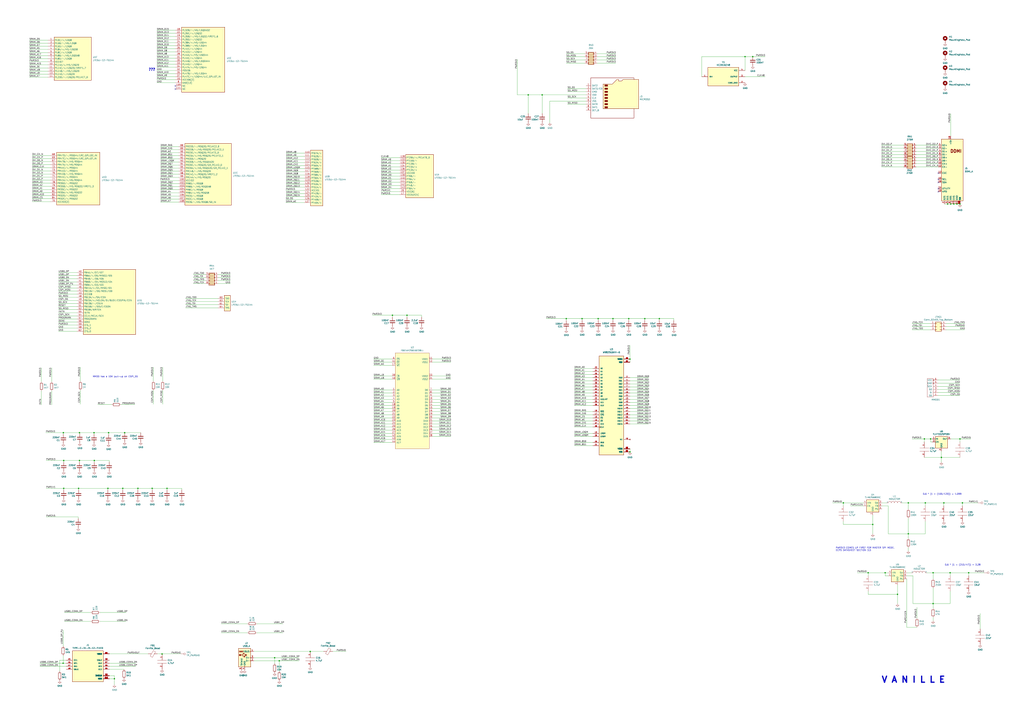
<source format=kicad_sch>
(kicad_sch (version 20211123) (generator eeschema)
  (paper "A1")
  (title_block (title "Vanille Computer") (date "2023-11-28") (rev "V0") (company "Copyright © 2023 Lone Dynamics Corporation. All rights reserved."))
  (junction (at 433.832 77.978))
  (junction (at 764.286 360.68))
  (junction (at 89.154 355.6))
  (junction (at 478.028 261.874))
  (junction (at 65.278 378.46))
  (junction (at 254.762 535.432))
  (junction (at 52.324 401.32))
  (junction (at 124.968 401.32))
  (junction (at 225.552 540.512))
  (junction (at 517.398 371.348))
  (junction (at 334.264 259.08))
  (junction (at 102.362 355.6))
  (junction (at 766.318 470.662))
  (junction (at 618.236 46.482))
  (junction (at 133.096 537.464))
  (junction (at 778.256 167.64))
  (junction (at 51.816 545.084))
  (junction (at 445.262 77.978))
  (junction (at 759.968 413.258))
  (junction (at 780.796 167.64))
  (junction (at 137.16 401.32))
  (junction (at 745.998 438.658))
  (junction (at 788.416 167.64))
  (junction (at 759.206 360.68))
  (junction (at 65.278 355.6))
  (junction (at 737.108 488.442))
  (junction (at 766.318 496.062))
  (junction (at 716.788 431.038))
  (junction (at 788.416 360.68))
  (junction (at 780.288 470.662))
  (junction (at 775.208 413.258))
  (junction (at 745.998 413.258))
  (junction (at 88.646 401.32))
  (junction (at 517.398 295.148))
  (junction (at 726.948 470.662))
  (junction (at 785.876 167.64))
  (junction (at 64.516 401.32))
  (junction (at 113.284 401.32))
  (junction (at 52.324 378.46))
  (junction (at 100.838 401.32))
  (junction (at 611.886 46.482))
  (junction (at 491.236 261.874))
  (junction (at 229.362 543.052))
  (junction (at 773.176 375.92))
  (junction (at 77.216 355.6))
  (junction (at 77.47 378.46))
  (junction (at 692.658 413.258))
  (junction (at 783.336 167.64))
  (junction (at 541.528 261.874))
  (junction (at 790.448 413.258))
  (junction (at 503.428 261.874))
  (junction (at 465.074 261.874))
  (junction (at 52.07 355.6))
  (junction (at 712.978 470.662))
  (junction (at 93.98 557.784))
  (junction (at 516.382 261.874))
  (junction (at 795.528 470.662))
  (junction (at 529.59 261.874))
  (junction (at 322.326 259.08))
  (no_connect (at 144.018 70.612))
  (no_connect (at 144.018 73.152))
  (no_connect (at 770.636 157.48))
  (no_connect (at 770.636 154.94))
  (no_connect (at 770.636 149.86))
  (no_connect (at 770.636 147.32))
  (no_connect (at 770.636 142.24))
  (wire (pts (xy 312.928 129.54) (xy 328.168 129.54)))
  (wire (pts (xy 517.398 343.408) (xy 532.638 343.408)))
  (wire (pts (xy 65.278 378.46) (xy 77.47 378.46)))
  (wire (pts (xy 89.916 555.244) (xy 93.98 555.244)))
  (wire (pts (xy 780.288 473.202) (xy 780.288 470.662)))
  (wire (pts (xy 34.036 321.31) (xy 34.036 332.74)))
  (wire (pts (xy 131.826 161.036) (xy 146.812 161.036)))
  (wire (pts (xy 471.678 325.628) (xy 486.918 325.628)))
  (wire (pts (xy 128.778 52.832) (xy 144.018 52.832)))
  (wire (pts (xy 753.11 508) (xy 753.11 499.11)))
  (wire (pts (xy 745.998 442.468) (xy 745.998 438.658)))
  (wire (pts (xy 745.998 438.658) (xy 759.968 438.658)))
  (wire (pts (xy 517.398 315.468) (xy 532.638 315.468)))
  (wire (pts (xy 729.488 415.798) (xy 729.488 438.658)))
  (wire (pts (xy 355.092 323.088) (xy 370.332 323.088)))
  (wire (pts (xy 89.916 557.784) (xy 93.98 557.784)))
  (wire (pts (xy 77.216 356.87) (xy 77.216 355.6)))
  (wire (pts (xy 51.816 531.114) (xy 51.816 518.16)))
  (wire (pts (xy 208.534 535.432) (xy 254.762 535.432)))
  (wire (pts (xy 88.646 402.59) (xy 88.646 401.32)))
  (wire (pts (xy 465.074 46.736) (xy 480.314 46.736)))
  (wire (pts (xy 471.678 310.388) (xy 486.918 310.388)))
  (wire (pts (xy 778.256 167.64) (xy 780.796 167.64)))
  (wire (pts (xy 478.028 261.874) (xy 491.236 261.874)))
  (wire (pts (xy 471.678 338.328) (xy 486.918 338.328)))
  (wire (pts (xy 93.98 557.784) (xy 93.98 562.61)))
  (wire (pts (xy 26.416 137.922) (xy 41.402 137.922)))
  (wire (pts (xy 168.91 233.172) (xy 158.75 233.172)))
  (wire (pts (xy 306.832 333.248) (xy 322.072 333.248)))
  (wire (pts (xy 745.998 425.958) (xy 745.998 438.658)))
  (wire (pts (xy 788.162 317.5) (xy 770.382 317.5)))
  (wire (pts (xy 517.398 310.388) (xy 532.638 310.388)))
  (wire (pts (xy 752.348 132.08) (xy 770.636 132.08)))
  (wire (pts (xy 234.95 153.924) (xy 249.936 153.924)))
  (wire (pts (xy 764.286 360.68) (xy 759.206 360.68)))
  (wire (pts (xy 234.95 148.844) (xy 249.936 148.844)))
  (wire (pts (xy 24.13 58.42) (xy 39.37 58.42)))
  (wire (pts (xy 698.5 415.798) (xy 709.168 415.798)))
  (wire (pts (xy 306.832 351.028) (xy 322.072 351.028)))
  (wire (pts (xy 726.948 470.662) (xy 729.488 470.662)))
  (wire (pts (xy 490.474 51.816) (xy 505.714 51.816)))
  (wire (pts (xy 788.162 314.96) (xy 770.382 314.96)))
  (wire (pts (xy 471.678 363.728) (xy 486.918 363.728)))
  (wire (pts (xy 51.816 518.16) (xy 52.07 518.16)))
  (wire (pts (xy 306.832 340.868) (xy 322.072 340.868)))
  (wire (pts (xy 234.696 166.624) (xy 249.936 166.624)))
  (wire (pts (xy 65.278 379.73) (xy 65.278 378.46)))
  (wire (pts (xy 312.928 152.4) (xy 328.168 152.4)))
  (wire (pts (xy 131.826 128.016) (xy 146.812 128.016)))
  (wire (pts (xy 765.556 360.68) (xy 764.286 360.68)))
  (wire (pts (xy 744.728 475.742) (xy 744.728 515.62)))
  (wire (pts (xy 77.47 379.73) (xy 77.47 378.46)))
  (wire (pts (xy 26.416 153.162) (xy 41.402 153.162)))
  (wire (pts (xy 102.362 355.6) (xy 115.57 355.6)))
  (wire (pts (xy 716.788 431.038) (xy 716.788 438.658)))
  (wire (pts (xy 471.678 348.488) (xy 486.918 348.488)))
  (wire (pts (xy 254.762 535.432) (xy 265.684 535.432)))
  (wire (pts (xy 124.968 402.59) (xy 124.968 401.32)))
  (wire (pts (xy 128.778 60.452) (xy 144.018 60.452)))
  (wire (pts (xy 788.162 320.04) (xy 770.382 320.04)))
  (wire (pts (xy 576.326 62.992) (xy 576.326 46.482)))
  (wire (pts (xy 48.006 249.428) (xy 63.246 249.428)))
  (wire (pts (xy 48.006 224.028) (xy 63.246 224.028)))
  (wire (pts (xy 24.13 53.34) (xy 39.37 53.34)))
  (wire (pts (xy 49.022 551.688) (xy 49.022 542.544)))
  (wire (pts (xy 234.95 141.224) (xy 249.936 141.224)))
  (wire (pts (xy 744.728 515.62) (xy 753.11 515.62)))
  (wire (pts (xy 208.534 540.512) (xy 225.552 540.512)))
  (wire (pts (xy 48.006 267.208) (xy 63.246 267.208)))
  (wire (pts (xy 795.528 470.662) (xy 808.228 470.662)))
  (wire (pts (xy 52.07 356.87) (xy 52.07 355.6)))
  (wire (pts (xy 24.13 43.18) (xy 39.37 43.18)))
  (wire (pts (xy 517.398 283.718) (xy 517.398 295.148)))
  (wire (pts (xy 48.006 272.288) (xy 63.246 272.288)))
  (wire (pts (xy 37.846 401.32) (xy 52.324 401.32)))
  (wire (pts (xy 128.778 27.432) (xy 144.018 27.432)))
  (wire (pts (xy 355.092 345.948) (xy 370.332 345.948)))
  (wire (pts (xy 433.832 77.978) (xy 424.942 77.978)))
  (wire (pts (xy 306.832 356.108) (xy 322.072 356.108)))
  (wire (pts (xy 124.968 401.32) (xy 137.16 401.32)))
  (wire (pts (xy 716.788 431.038) (xy 692.658 431.038)))
  (wire (pts (xy 795.528 470.662) (xy 795.528 473.202)))
  (wire (pts (xy 93.98 555.244) (xy 93.98 557.784)))
  (wire (pts (xy 723.9 134.62) (xy 742.188 134.62)))
  (wire (pts (xy 712.978 470.662) (xy 726.948 470.662)))
  (wire (pts (xy 759.968 415.798) (xy 759.968 413.258)))
  (wire (pts (xy 48.006 229.108) (xy 63.246 229.108)))
  (wire (pts (xy 229.362 543.052) (xy 245.618 543.052)))
  (wire (pts (xy 723.9 132.08) (xy 742.188 132.08)))
  (wire (pts (xy 466.09 75.438) (xy 481.33 75.438)))
  (wire (pts (xy 466.09 85.598) (xy 481.33 85.598)))
  (wire (pts (xy 229.362 543.052) (xy 229.362 551.688)))
  (wire (pts (xy 471.678 312.928) (xy 486.918 312.928)))
  (wire (pts (xy 42.418 302.26) (xy 42.418 313.69)))
  (wire (pts (xy 312.928 147.32) (xy 328.168 147.32)))
  (wire (pts (xy 445.262 93.218) (xy 445.262 77.978)))
  (wire (pts (xy 312.928 134.62) (xy 328.168 134.62)))
  (wire (pts (xy 312.928 142.24) (xy 328.168 142.24)))
  (wire (pts (xy 24.13 45.72) (xy 39.37 45.72)))
  (wire (pts (xy 24.13 38.1) (xy 39.37 38.1)))
  (wire (pts (xy 131.826 153.416) (xy 146.812 153.416)))
  (wire (pts (xy 152.4 250.444) (xy 179.07 250.444)))
  (wire (pts (xy 788.162 322.58) (xy 770.382 322.58)))
  (wire (pts (xy 355.092 330.708) (xy 370.332 330.708)))
  (wire (pts (xy 729.488 473.202) (xy 726.948 473.202)))
  (wire (pts (xy 692.658 415.798) (xy 692.658 413.258)))
  (wire (pts (xy 541.528 263.144) (xy 541.528 261.874)))
  (wire (pts (xy 52.07 355.6) (xy 65.278 355.6)))
  (wire (pts (xy 168.91 228.092) (xy 158.75 228.092)))
  (wire (pts (xy 785.876 167.64) (xy 788.416 167.64)))
  (wire (pts (xy 503.428 263.144) (xy 503.428 261.874)))
  (wire (pts (xy 764.286 268.478) (xy 749.046 268.478)))
  (wire (pts (xy 128.778 50.292) (xy 144.018 50.292)))
  (wire (pts (xy 52.324 401.32) (xy 64.516 401.32)))
  (wire (pts (xy 24.13 40.64) (xy 39.37 40.64)))
  (wire (pts (xy 234.95 131.064) (xy 249.936 131.064)))
  (wire (pts (xy 306.832 300.228) (xy 322.072 300.228)))
  (wire (pts (xy 306.832 358.648) (xy 322.072 358.648)))
  (wire (pts (xy 48.006 226.568) (xy 63.246 226.568)))
  (wire (pts (xy 752.348 121.92) (xy 770.636 121.92)))
  (wire (pts (xy 726.948 473.202) (xy 726.948 470.662)))
  (wire (pts (xy 152.4 245.364) (xy 179.07 245.364)))
  (wire (pts (xy 48.006 246.888) (xy 63.246 246.888)))
  (wire (pts (xy 128.778 42.672) (xy 144.018 42.672)))
  (wire (pts (xy 451.612 83.058) (xy 451.612 100.838)))
  (wire (pts (xy 766.318 499.872) (xy 766.318 496.062)))
  (wire (pts (xy 99.314 332.486) (xy 110.744 332.486)))
  (wire (pts (xy 225.552 540.512) (xy 225.552 545.338)))
  (wire (pts (xy 125.984 301.752) (xy 125.984 313.182)))
  (wire (pts (xy 24.13 63.5) (xy 39.37 63.5)))
  (wire (pts (xy 692.658 413.258) (xy 709.168 413.258)))
  (wire (pts (xy 306.832 328.168) (xy 322.072 328.168)))
  (wire (pts (xy 131.826 138.176) (xy 146.812 138.176)))
  (wire (pts (xy 553.466 261.874) (xy 553.466 263.398)))
  (wire (pts (xy 234.696 164.084) (xy 249.936 164.084)))
  (wire (pts (xy 129.286 537.464) (xy 133.096 537.464)))
  (wire (pts (xy 52.324 402.59) (xy 52.324 401.32)))
  (wire (pts (xy 131.826 135.636) (xy 146.812 135.636)))
  (wire (pts (xy 26.416 130.302) (xy 41.402 130.302)))
  (wire (pts (xy 471.678 302.768) (xy 486.918 302.768)))
  (wire (pts (xy 775.208 413.258) (xy 790.448 413.258)))
  (wire (pts (xy 465.074 261.874) (xy 465.074 263.398)))
  (wire (pts (xy 131.826 122.936) (xy 146.812 122.936)))
  (wire (pts (xy 355.092 311.658) (xy 370.332 311.658)))
  (wire (pts (xy 306.832 309.118) (xy 322.072 309.118)))
  (wire (pts (xy 77.47 378.46) (xy 89.662 378.46)))
  (wire (pts (xy 32.766 545.084) (xy 51.816 545.084)))
  (wire (pts (xy 752.348 127) (xy 770.636 127)))
  (wire (pts (xy 451.612 83.058) (xy 481.33 83.058)))
  (wire (pts (xy 26.416 150.622) (xy 41.402 150.622)))
  (wire (pts (xy 744.728 473.202) (xy 749.808 473.202)))
  (wire (pts (xy 52.832 510.794) (xy 74.422 510.794)))
  (wire (pts (xy 503.428 261.874) (xy 516.382 261.874)))
  (wire (pts (xy 312.928 132.08) (xy 328.168 132.08)))
  (wire (pts (xy 128.778 35.052) (xy 144.018 35.052)))
  (wire (pts (xy 152.4 252.984) (xy 179.07 252.984)))
  (wire (pts (xy 433.832 77.978) (xy 433.832 93.218)))
  (wire (pts (xy 766.318 510.032) (xy 766.318 507.492)))
  (wire (pts (xy 52.324 379.73) (xy 52.324 378.46)))
  (wire (pts (xy 355.092 348.488) (xy 370.332 348.488)))
  (wire (pts (xy 611.886 57.912) (xy 611.886 46.482)))
  (wire (pts (xy 466.09 80.518) (xy 481.33 80.518)))
  (wire (pts (xy 26.416 132.842) (xy 41.402 132.842)))
  (wire (pts (xy 471.678 305.308) (xy 486.918 305.308)))
  (wire (pts (xy 466.09 72.898) (xy 481.33 72.898)))
  (wire (pts (xy 471.678 333.248) (xy 486.918 333.248)))
  (wire (pts (xy 168.91 225.552) (xy 158.75 225.552)))
  (wire (pts (xy 32.766 547.624) (xy 54.356 547.624)))
  (wire (pts (xy 355.092 295.148) (xy 370.332 295.148)))
  (wire (pts (xy 48.006 262.128) (xy 63.246 262.128)))
  (wire (pts (xy 234.95 133.604) (xy 249.936 133.604)))
  (wire (pts (xy 234.95 125.984) (xy 249.936 125.984)))
  (wire (pts (xy 759.968 438.658) (xy 759.968 428.498)))
  (wire (pts (xy 346.202 259.08) (xy 346.202 260.604)))
  (wire (pts (xy 49.022 542.544) (xy 54.356 542.544)))
  (wire (pts (xy 737.108 488.442) (xy 712.978 488.442)))
  (wire (pts (xy 128.778 55.372) (xy 144.018 55.372)))
  (wire (pts (xy 780.288 470.662) (xy 795.528 470.662)))
  (wire (pts (xy 131.826 130.556) (xy 146.812 130.556)))
  (wire (pts (xy 89.154 355.6) (xy 102.362 355.6)))
  (wire (pts (xy 355.092 325.628) (xy 370.332 325.628)))
  (wire (pts (xy 471.678 323.088) (xy 486.918 323.088)))
  (wire (pts (xy 152.4 247.904) (xy 179.07 247.904)))
  (wire (pts (xy 759.968 413.258) (xy 775.208 413.258)))
  (wire (pts (xy 692.658 428.498) (xy 692.658 431.038)))
  (wire (pts (xy 24.13 48.26) (xy 39.37 48.26)))
  (wire (pts (xy 48.006 244.348) (xy 63.246 244.348)))
  (wire (pts (xy 189.23 233.172) (xy 179.07 233.172)))
  (wire (pts (xy 322.326 259.08) (xy 334.264 259.08)))
  (wire (pts (xy 306.832 323.088) (xy 322.072 323.088)))
  (wire (pts (xy 529.59 261.874) (xy 541.528 261.874)))
  (wire (pts (xy 82.042 510.794) (xy 103.632 510.794)))
  (wire (pts (xy 66.04 320.802) (xy 66.04 332.232)))
  (wire (pts (xy 765.556 363.22) (xy 764.286 363.22)))
  (wire (pts (xy 189.23 228.092) (xy 179.07 228.092)))
  (wire (pts (xy 804.926 516.89) (xy 804.926 504.19)))
  (wire (pts (xy 37.846 378.46) (xy 52.324 378.46)))
  (wire (pts (xy 48.006 231.648) (xy 63.246 231.648)))
  (wire (pts (xy 51.816 545.084) (xy 54.356 545.084)))
  (wire (pts (xy 133.604 301.752) (xy 133.604 313.182)))
  (wire (pts (xy 312.928 157.48) (xy 328.168 157.48)))
  (wire (pts (xy 788.416 363.22) (xy 788.416 360.68)))
  (wire (pts (xy 517.398 348.488) (xy 532.638 348.488)))
  (wire (pts (xy 312.928 160.02) (xy 328.168 160.02)))
  (wire (pts (xy 113.284 402.59) (xy 113.284 401.32)))
  (wire (pts (xy 471.678 351.028) (xy 486.918 351.028)))
  (wire (pts (xy 471.678 358.648) (xy 486.918 358.648)))
  (wire (pts (xy 334.264 259.08) (xy 346.202 259.08)))
  (wire (pts (xy 517.398 323.088) (xy 532.638 323.088)))
  (wire (pts (xy 737.108 480.822) (xy 737.108 488.442)))
  (wire (pts (xy 52.832 503.428) (xy 74.422 503.428)))
  (wire (pts (xy 355.092 356.108) (xy 370.332 356.108)))
  (wire (pts (xy 752.348 119.38) (xy 770.636 119.38)))
  (wire (pts (xy 471.678 330.708) (xy 486.918 330.708)))
  (wire (pts (xy 225.552 540.512) (xy 245.618 540.512)))
  (wire (pts (xy 80.264 332.486) (xy 91.694 332.486)))
  (wire (pts (xy 424.942 77.978) (xy 424.942 48.768)))
  (wire (pts (xy 471.678 340.868) (xy 486.918 340.868)))
  (wire (pts (xy 766.318 475.742) (xy 766.318 470.662)))
  (wire (pts (xy 766.318 496.062) (xy 780.288 496.062)))
  (wire (pts (xy 517.398 333.248) (xy 532.638 333.248)))
  (wire (pts (xy 34.036 302.26) (xy 34.036 313.69)))
  (wire (pts (xy 471.678 366.268) (xy 486.918 366.268)))
  (wire (pts (xy 89.916 537.464) (xy 121.666 537.464)))
  (wire (pts (xy 26.416 148.082) (xy 41.402 148.082)))
  (wire (pts (xy 355.092 338.328) (xy 370.332 338.328)))
  (wire (pts (xy 745.998 452.628) (xy 745.998 450.088)))
  (wire (pts (xy 712.978 485.902) (xy 712.978 488.442)))
  (wire (pts (xy 26.416 155.702) (xy 41.402 155.702)))
  (wire (pts (xy 131.826 120.396) (xy 146.812 120.396)))
  (wire (pts (xy 26.416 160.782) (xy 41.402 160.782)))
  (wire (pts (xy 752.348 129.54) (xy 770.636 129.54)))
  (wire (pts (xy 100.838 401.32) (xy 113.284 401.32)))
  (wire (pts (xy 752.348 134.62) (xy 770.636 134.62)))
  (wire (pts (xy 516.382 261.874) (xy 529.59 261.874)))
  (wire (pts (xy 355.092 297.688) (xy 370.332 297.688)))
  (wire (pts (xy 306.832 361.188) (xy 322.072 361.188)))
  (wire (pts (xy 128.778 40.132) (xy 144.018 40.132)))
  (wire (pts (xy 471.678 318.008) (xy 486.918 318.008)))
  (wire (pts (xy 133.604 320.802) (xy 133.604 332.232)))
  (wire (pts (xy 780.796 167.64) (xy 783.336 167.64)))
  (wire (pts (xy 611.886 46.482) (xy 618.236 46.482)))
  (wire (pts (xy 465.074 44.196) (xy 480.314 44.196)))
  (wire (pts (xy 312.928 139.7) (xy 328.168 139.7)))
  (wire (pts (xy 334.264 259.08) (xy 334.264 260.604)))
  (wire (pts (xy 128.778 37.592) (xy 144.018 37.592)))
  (wire (pts (xy 766.318 470.662) (xy 780.288 470.662)))
  (wire (pts (xy 128.778 45.212) (xy 144.018 45.212)))
  (wire (pts (xy 773.176 370.84) (xy 773.176 375.92)))
  (wire (pts (xy 775.716 167.64) (xy 778.256 167.64)))
  (wire (pts (xy 491.236 261.874) (xy 491.236 263.144)))
  (wire (pts (xy 312.928 149.86) (xy 328.168 149.86)))
  (wire (pts (xy 780.796 93.472) (xy 780.796 111.76)))
  (wire (pts (xy 234.95 128.524) (xy 249.936 128.524)))
  (wire (pts (xy 723.9 124.46) (xy 742.188 124.46)))
  (wire (pts (xy 26.416 143.002) (xy 41.402 143.002)))
  (wire (pts (xy 306.832 353.568) (xy 322.072 353.568)))
  (wire (pts (xy 465.074 261.874) (xy 478.028 261.874)))
  (wire (pts (xy 48.006 269.748) (xy 63.246 269.748)))
  (wire (pts (xy 445.262 77.978) (xy 481.33 77.978)))
  (wire (pts (xy 766.318 496.062) (xy 749.808 496.062)))
  (wire (pts (xy 773.176 379.73) (xy 773.176 375.92)))
  (wire (pts (xy 64.516 401.32) (xy 88.646 401.32)))
  (wire (pts (xy 306.832 363.728) (xy 322.072 363.728)))
  (wire (pts (xy 128.778 32.512) (xy 144.018 32.512)))
  (wire (pts (xy 234.95 143.764) (xy 249.936 143.764)))
  (wire (pts (xy 306.832 325.628) (xy 322.072 325.628)))
  (wire (pts (xy 724.408 413.258) (xy 728.218 413.258)))
  (wire (pts (xy 788.162 325.12) (xy 770.382 325.12)))
  (wire (pts (xy 48.006 236.728) (xy 63.246 236.728)))
  (wire (pts (xy 764.286 271.018) (xy 749.046 271.018)))
  (wire (pts (xy 89.662 379.73) (xy 89.662 378.46)))
  (wire (pts (xy 355.092 343.408) (xy 370.332 343.408)))
  (wire (pts (xy 312.928 154.94) (xy 328.168 154.94)))
  (wire (pts (xy 210.82 512.572) (xy 232.41 512.572)))
  (wire (pts (xy 100.838 402.59) (xy 100.838 401.32)))
  (wire (pts (xy 749.046 360.68) (xy 759.206 360.68)))
  (wire (pts (xy 208.534 543.052) (xy 229.362 543.052)))
  (wire (pts (xy 234.95 159.004) (xy 249.936 159.004)))
  (wire (pts (xy 517.398 335.788) (xy 532.638 335.788)))
  (wire (pts (xy 517.398 312.928) (xy 532.638 312.928)))
  (wire (pts (xy 355.092 328.168) (xy 370.332 328.168)))
  (wire (pts (xy 517.398 368.808) (xy 517.398 371.348)))
  (wire (pts (xy 137.16 402.59) (xy 137.16 401.32)))
  (wire (pts (xy 745.998 418.338) (xy 745.998 413.258)))
  (wire (pts (xy 471.678 328.168) (xy 486.918 328.168)))
  (wire (pts (xy 24.13 50.8) (xy 39.37 50.8)))
  (wire (pts (xy 48.006 241.808) (xy 63.246 241.808)))
  (wire (pts (xy 471.678 345.948) (xy 486.918 345.948)))
  (wire (pts (xy 306.832 348.488) (xy 322.072 348.488)))
  (wire (pts (xy 64.262 426.212) (xy 64.262 424.942)))
  (wire (pts (xy 149.352 402.59) (xy 149.352 401.32)))
  (wire (pts (xy 471.678 343.408) (xy 486.918 343.408)))
  (wire (pts (xy 48.006 251.968) (xy 63.246 251.968)))
  (wire (pts (xy 780.796 360.68) (xy 788.416 360.68)))
  (wire (pts (xy 137.16 401.32) (xy 149.352 401.32)))
  (wire (pts (xy 491.236 261.874) (xy 503.428 261.874)))
  (wire (pts (xy 783.336 167.64) (xy 785.876 167.64)))
  (wire (pts (xy 52.324 378.46) (xy 65.278 378.46)))
  (wire (pts (xy 517.398 318.008) (xy 532.638 318.008)))
  (wire (pts (xy 792.226 268.478) (xy 776.986 268.478)))
  (wire (pts (xy 24.13 60.96) (xy 39.37 60.96)))
  (wire (pts (xy 128.778 29.972) (xy 144.018 29.972)))
  (wire (pts (xy 181.61 519.938) (xy 203.2 519.938)))
  (wire (pts (xy 273.304 535.432) (xy 284.226 535.432)))
  (wire (pts (xy 723.9 127) (xy 742.188 127)))
  (wire (pts (xy 26.416 127.762) (xy 41.402 127.762)))
  (wire (pts (xy 89.154 355.6) (xy 89.154 357.124)))
  (wire (pts (xy 48.006 259.588) (xy 63.246 259.588)))
  (wire (pts (xy 82.042 503.428) (xy 103.632 503.428)))
  (wire (pts (xy 306.832 338.328) (xy 322.072 338.328)))
  (wire (pts (xy 48.006 234.188) (xy 63.246 234.188)))
  (wire (pts (xy 131.826 150.876) (xy 146.812 150.876)))
  (wire (pts (xy 465.074 49.276) (xy 480.314 49.276)))
  (wire (pts (xy 131.826 140.716) (xy 146.812 140.716)))
  (wire (pts (xy 128.778 47.752) (xy 144.018 47.752)))
  (wire (pts (xy 131.826 125.476) (xy 146.812 125.476)))
  (wire (pts (xy 131.826 163.576) (xy 146.812 163.576)))
  (wire (pts (xy 618.236 46.482) (xy 628.396 46.482)))
  (wire (pts (xy 24.13 35.56) (xy 39.37 35.56)))
  (wire (pts (xy 89.916 545.084) (xy 111.506 545.084)))
  (wire (pts (xy 128.778 57.912) (xy 144.018 57.912)))
  (wire (pts (xy 792.226 265.938) (xy 776.986 265.938)))
  (wire (pts (xy 89.916 550.164) (xy 101.854 550.164)))
  (wire (pts (xy 306.832 335.788) (xy 322.072 335.788)))
  (wire (pts (xy 26.416 140.462) (xy 41.402 140.462)))
  (wire (pts (xy 26.416 163.322) (xy 41.402 163.322)))
  (wire (pts (xy 517.398 328.168) (xy 532.638 328.168)))
  (wire (pts (xy 448.564 261.874) (xy 465.074 261.874)))
  (wire (pts (xy 723.9 129.54) (xy 742.188 129.54)))
  (wire (pts (xy 128.778 68.072) (xy 144.018 68.072)))
  (wire (pts (xy 788.162 312.42) (xy 770.382 312.42)))
  (wire (pts (xy 683.768 413.258) (xy 692.658 413.258)))
  (wire (pts (xy 723.9 121.92) (xy 742.188 121.92)))
  (wire (pts (xy 26.416 145.542) (xy 41.402 145.542)))
  (wire (pts (xy 168.91 230.632) (xy 158.75 230.632)))
  (wire (pts (xy 355.092 340.868) (xy 370.332 340.868)))
  (wire (pts (xy 37.592 355.6) (xy 52.07 355.6)))
  (wire (pts (xy 234.95 146.304) (xy 249.936 146.304)))
  (wire (pts (xy 305.816 259.08) (xy 322.326 259.08)))
  (wire (pts (xy 465.074 51.816) (xy 480.314 51.816)))
  (wire (pts (xy 234.95 136.144) (xy 249.936 136.144)))
  (wire (pts (xy 611.886 62.992) (xy 628.396 62.992)))
  (wire (pts (xy 131.826 145.796) (xy 146.812 145.796)))
  (wire (pts (xy 234.95 138.684) (xy 249.936 138.684)))
  (wire (pts (xy 306.832 320.548) (xy 322.072 320.548)))
  (wire (pts (xy 65.532 356.362) (xy 65.278 355.6)))
  (wire (pts (xy 48.006 239.268) (xy 63.246 239.268)))
  (wire (pts (xy 189.23 230.632) (xy 179.07 230.632)))
  (wire (pts (xy 234.696 156.464) (xy 249.936 156.464)))
  (wire (pts (xy 723.9 137.16) (xy 742.188 137.16)))
  (wire (pts (xy 471.678 320.548) (xy 486.918 320.548)))
  (wire (pts (xy 189.23 225.552) (xy 179.07 225.552)))
  (wire (pts (xy 131.826 155.956) (xy 146.812 155.956)))
  (wire (pts (xy 64.516 402.59) (xy 64.516 401.32)))
  (wire (pts (xy 26.416 165.862) (xy 41.402 165.862)))
  (wire (pts (xy 306.832 297.688) (xy 322.072 297.688)))
  (wire (pts (xy 517.398 340.868) (xy 532.638 340.868)))
  (wire (pts (xy 445.262 77.978) (xy 433.832 77.978)))
  (wire (pts (xy 712.978 473.202) (xy 712.978 470.662)))
  (wire (pts (xy 517.398 325.628) (xy 532.638 325.628)))
  (wire (pts (xy 716.788 423.418) (xy 716.788 431.038)))
  (wire (pts (xy 42.418 321.31) (xy 42.418 332.74)))
  (wire (pts (xy 128.778 65.532) (xy 144.018 65.532)))
  (wire (pts (xy 759.206 375.92) (xy 773.176 375.92)))
  (wire (pts (xy 37.846 424.942) (xy 64.262 424.942)))
  (wire (pts (xy 234.95 161.544) (xy 249.936 161.544)))
  (wire (pts (xy 766.318 470.662) (xy 761.238 470.662)))
  (wire (pts (xy 48.006 257.048) (xy 63.246 257.048)))
  (wire (pts (xy 790.448 413.258) (xy 790.448 415.798)))
  (wire (pts (xy 723.9 119.38) (xy 742.188 119.38)))
  (wire (pts (xy 113.284 401.32) (xy 124.968 401.32)))
  (wire (pts (xy 478.028 261.874) (xy 478.028 263.144)))
  (wire (pts (xy 355.092 309.118) (xy 370.332 309.118)))
  (wire (pts (xy 541.528 261.874) (xy 553.466 261.874)))
  (wire (pts (xy 131.826 166.116) (xy 146.812 166.116)))
  (wire (pts (xy 65.278 355.6) (xy 77.216 355.6)))
  (wire (pts (xy 48.006 254.508) (xy 63.246 254.508)))
  (wire (pts (xy 749.808 473.202) (xy 749.808 496.062)))
  (wire (pts (xy 312.928 137.16) (xy 328.168 137.16)))
  (wire (pts (xy 133.096 537.464) (xy 148.336 537.464)))
  (wire (pts (xy 792.226 271.018) (xy 776.986 271.018)))
  (wire (pts (xy 764.286 363.22) (xy 764.286 360.68)))
  (wire (pts (xy 181.61 512.572) (xy 203.2 512.572)))
  (wire (pts (xy 529.59 263.144) (xy 529.59 261.874)))
  (wire (pts (xy 517.398 320.548) (xy 532.638 320.548)))
  (wire (pts (xy 306.832 330.708) (xy 322.072 330.708)))
  (wire (pts (xy 26.416 135.382) (xy 41.402 135.382)))
  (wire (pts (xy 737.108 488.442) (xy 737.108 496.062)))
  (wire (pts (xy 125.984 320.802) (xy 125.984 332.232)))
  (wire (pts (xy 471.678 356.108) (xy 486.918 356.108)))
  (wire (pts (xy 210.82 519.938) (xy 232.41 519.938)))
  (wire (pts (xy 131.826 133.096) (xy 146.812 133.096)))
  (wire (pts (xy 780.288 496.062) (xy 780.288 485.902)))
  (wire (pts (xy 704.088 470.662) (xy 712.978 470.662)))
  (wire (pts (xy 24.13 33.02) (xy 39.37 33.02)))
  (wire (pts (xy 234.95 151.384) (xy 249.936 151.384)))
  (wire (pts (xy 790.448 413.258) (xy 803.148 413.258)))
  (wire (pts (xy 752.348 137.16) (xy 770.636 137.16)))
  (wire (pts (xy 131.826 158.496) (xy 146.812 158.496)))
  (wire (pts (xy 306.832 295.148) (xy 322.072 295.148)))
  (wire (pts (xy 766.318 483.362) (xy 766.318 496.062)))
  (wire (pts (xy 764.286 265.938) (xy 749.046 265.938)))
  (wire (pts (xy 745.998 413.258) (xy 759.968 413.258)))
  (wire (pts (xy 773.176 375.92) (xy 788.416 375.92)))
  (wire (pts (xy 26.416 158.242) (xy 41.402 158.242)))
  (wire (pts (xy 745.998 413.258) (xy 740.918 413.258)))
  (wire (pts (xy 517.398 330.708) (xy 532.638 330.708)))
  (wire (pts (xy 752.348 124.46) (xy 770.636 124.46)))
  (wire (pts (xy 775.208 413.258) (xy 775.208 415.798)))
  (wire (pts (xy 724.408 415.798) (xy 729.488 415.798)))
  (wire (pts (xy 759.206 363.22) (xy 759.206 360.68)))
  (wire (pts (xy 306.832 311.658) (xy 322.072 311.658)))
  (wire (pts (xy 355.092 351.028) (xy 370.332 351.028)))
  (wire (pts (xy 744.728 470.662) (xy 748.538 470.662)))
  (wire (pts (xy 355.092 335.788) (xy 370.332 335.788)))
  (wire (pts (xy 490.474 46.736) (xy 505.714 46.736)))
  (wire (pts (xy 66.04 301.752) (xy 66.04 313.182)))
  (wire (pts (xy 77.216 355.6) (xy 89.154 355.6)))
  (wire (pts (xy 312.928 144.78) (xy 328.168 144.78)))
  (wire (pts (xy 131.572 148.336) (xy 146.812 148.336)))
  (wire (pts (xy 48.006 264.668) (xy 63.246 264.668)))
  (wire (pts (xy 306.832 345.948) (xy 322.072 345.948)))
  (wire (pts (xy 355.092 320.548) (xy 370.332 320.548)))
  (wire (pts (xy 516.382 263.144) (xy 516.382 261.874)))
  (wire (pts (xy 471.678 307.848) (xy 486.918 307.848)))
  (wire (pts (xy 517.398 345.948) (xy 532.638 345.948)))
  (wire (pts (xy 355.092 358.648) (xy 370.332 358.648)))
  (wire (pts (xy 355.092 333.248) (xy 370.332 333.248)))
  (wire (pts (xy 89.916 547.624) (xy 111.506 547.624)))
  (wire (pts (xy 517.398 295.148) (xy 517.398 297.688)))
  (wire (pts (xy 128.778 62.992) (xy 144.018 62.992)))
  (wire (pts (xy 128.778 24.892) (xy 144.018 24.892)))
  (wire (pts (xy 51.816 538.734) (xy 51.816 545.084)))
  (wire (pts (xy 131.826 143.256) (xy 146.812 143.256)))
  (wire (pts (xy 322.326 259.08) (xy 322.326 260.604)))
  (wire (pts (xy 745.998 438.658) (xy 729.488 438.658)))
  (wire (pts (xy 471.678 315.468) (xy 486.918 315.468)))
  (wire (pts (xy 88.646 401.32) (xy 100.838 401.32)))
  (wire (pts (xy 24.13 55.88) (xy 39.37 55.88)))
  (wire (pts (xy 306.832 343.408) (xy 322.072 343.408)))
  (wire (pts (xy 490.474 49.276) (xy 505.714 49.276)))
  (wire (pts (xy 490.474 44.196) (xy 505.714 44.196)))
  (wire (pts (xy 355.092 353.568) (xy 370.332 353.568)))
  (wire (pts (xy 788.416 360.68) (xy 797.306 360.68)))
  (wire (pts (xy 576.326 46.482) (xy 611.886 46.482)))
  (wire (pts (xy 517.398 338.328) (xy 532.638 338.328)))
  (text "V A N I L L E" (at 723.646 561.594 0) (effects (font (size 5 5) (thickness 1) bold) (justify left bottom)))
  (text "PWR3V3 COMES UP FIRST FOR MASTER SPI MODE,\nECP5 DATASHEET SECTION 3.5" (at 686.308 453.136 0) (effects (font (size 1.27 1.27)) (justify left bottom)))
  (text "0.6 * (1 + (210/47)) = 3.28" (at 775.97 465.074 0) (effects (font (size 1.27 1.27)) (justify left bottom)))
  (text "MMOD has a 10K pull-up on CSPI_SS" (at 113.284 310.388 180) (effects (font (size 1.27 1.27)) (justify right bottom)))
  (text "0.6 * (1 + (100/120)) = 1.099" (at 757.936 406.908 0) (effects (font (size 1.27 1.27)) (justify left bottom)))
  (text "???" (at 121.92 58.42 0) (effects (font (size 2 2) (thickness 0.4) bold) (justify left bottom)))
  (label "DRAM_A4" (at 131.826 158.496 0))
  (label "DRAM_A8" (at 234.95 125.984 0))
  (label "DRAM_DQ0" (at 523.24 310.388 0))
  (label "DVIC_D1_N" (at 760.476 127 0))
  (label "CLK48" (at 621.792 62.992 0))
  (label "USB0_CONN_DP" (at 32.766 545.084 0))
  (label "SRAM_A14" (at 306.832 356.108 0))
  (label "DVI_CK_N" (at 723.9 137.16 0))
  (label "SRAM_A8" (at 306.832 340.868 0))
  (label "SRAM_A12" (at 128.778 52.832 0))
  (label "SRAM_A2" (at 306.832 325.628 0))
  (label "DVI_D0_N" (at 26.416 132.842 0))
  (label "PWR1V1" (at 313.182 157.48 0))
  (label "PWR3V3" (at 189.23 228.092 180))
  (label "DRAM_CLK" (at 471.678 351.028 0))
  (label "PWR3V3" (at 749.046 360.68 0))
  (label "DRAM_DQ5" (at 523.24 323.088 0))
  (label "SRAM_A16" (at 306.832 361.188 0))
  (label "USB1_DP" (at 48.006 226.568 0))
  (label "USB0_DN" (at 48.006 229.108 0))
  (label "SRAM_WE" (at 234.696 166.624 0))
  (label "DRAM_A4" (at 471.678 312.928 0))
  (label "DRAM_CKE" (at 471.678 348.488 0))
  (label "DRAM_DQ3" (at 523.24 318.008 0))
  (label "SRAM_A1" (at 312.928 137.16 0))
  (label "DRAM_BS0" (at 471.678 363.728 0))
  (label "SRAM_D4" (at 361.696 330.708 0))
  (label "DRAM_DQ14" (at 234.95 159.004 0))
  (label "DRAM_DQ7" (at 131.826 135.636 0))
  (label "PWR3V3" (at 133.604 309.372 90))
  (label "SRAM_A9" (at 306.832 343.408 0))
  (label "DRAM_A8" (at 471.678 323.088 0))
  (label "DRAM_BS1" (at 131.826 128.016 0))
  (label "PWR3V3" (at 34.036 309.88 90))
  (label "SRAM_A3" (at 312.928 139.7 0))
  (label "DONE" (at 48.006 264.668 0))
  (label "USB0_DP" (at 48.006 224.028 0))
  (label "RESET" (at 80.264 332.486 0))
  (label "DRAM_DQ11" (at 523.24 338.328 0))
  (label "DRAM_DQ7" (at 523.24 328.168 0))
  (label "SRAM_A11" (at 306.832 348.488 0))
  (label "DRAM_BS1" (at 471.678 366.268 0))
  (label "PWR5V0" (at 704.088 470.662 0))
  (label "DRAM_A10" (at 471.678 328.168 0))
  (label "DVI_D2_N" (at 723.9 121.92 0))
  (label "SRAM_D15" (at 360.68 358.648 0))
  (label "PROGRAMN" (at 48.006 262.128 0))
  (label "JTAG_TMS" (at 783.336 265.938 0))
  (label "SRAM_A15" (at 306.832 358.648 0))
  (label "SRAM_A1" (at 306.832 323.088 0))
  (label "PWR1V1" (at 795.528 413.258 0))
  (label "PWR2V5" (at 37.846 424.942 0))
  (label "PWR3V3" (at 26.416 165.862 0))
  (label "DRAM_DQ11" (at 234.95 148.844 0))
  (label "GND" (at 366.014 309.118 0))
  (label "PWR3V3" (at 128.778 65.532 0))
  (label "DRAM_DQ1" (at 131.826 153.416 0))
  (label "DRAM_A1" (at 471.678 305.308 0))
  (label "SD_SCK" (at 48.006 249.428 0))
  (label "SRAM_D2" (at 312.928 149.86 0))
  (label "DVI_D1_N" (at 723.9 127 0))
  (label "DVI_D0_P" (at 723.9 129.54 0))
  (label "JTAG_TDI" (at 158.75 228.092 0))
  (label "SRAM_D12" (at 360.68 351.028 0))
  (label "DRAM_WE" (at 471.678 345.948 0))
  (label "SRAM_A5" (at 24.13 40.64 0))
  (label "GND" (at 306.832 295.148 0))
  (label "PWR3V3" (at 125.984 309.372 90))
  (label "SRAM_A6" (at 24.13 43.18 0))
  (label "CSPI_SCK" (at 66.04 330.962 90))
  (label "DVI_CK_P" (at 26.416 130.302 0))
  (label "SRAM_D2" (at 361.696 325.628 0))
  (label "DRAM_DQ2" (at 523.24 315.468 0))
  (label "SRAM_D4" (at 312.928 154.94 0))
  (label "GND" (at 128.778 68.072 0))
  (label "SRAM_D6" (at 24.13 35.56 0))
  (label "SRAM_D7" (at 361.696 338.328 0))
  (label "RESET" (at 48.006 251.968 0))
  (label "DRAM_DQ9" (at 523.24 333.248 0))
  (label "DRAM_A3" (at 26.416 150.622 0))
  (label "SRAM_D13" (at 360.68 353.568 0))
  (label "SRAM_A12" (at 306.832 351.028 0))
  (label "DRAM_DQ2" (at 131.826 150.876 0))
  (label "GND" (at 784.352 314.96 0))
  (label "CSPI_SS" (at 48.006 246.888 0))
  (label "PWR3V3" (at 37.846 378.46 0))
  (label "DRAM_DQ8" (at 234.95 143.764 0))
  (label "SRAM_D9" (at 128.778 40.132 0))
  (label "DRAM_LDQM" (at 131.826 133.096 0))
  (label "SRAM_A4" (at 312.928 142.24 0))
  (label "CSPI_MOSI" (at 48.006 239.268 0))
  (label "USB0_CONN_DN" (at 52.832 510.794 0))
  (label "DRAM_CS" (at 26.416 163.322 0))
  (label "PWR3V3" (at 66.04 309.372 90))
  (label "DRAM_A2" (at 471.678 307.848 0))
  (label "PWR3V3" (at 804.926 513.08 90))
  (label "PWR3V3" (at 424.942 56.388 90))
  (label "PWR3V3" (at 305.816 259.08 0))
  (label "DRAM_UDQM" (at 471.678 358.648 0))
  (label "SD_SS" (at 234.696 164.084 0))
  (label "JTAG_TMS" (at 152.4 252.984 0))
  (label "DRAM_DQ13" (at 234.95 153.924 0))
  (label "DRAM_DQ0" (at 131.826 155.956 0))
  (label "DVI_D1_N" (at 26.416 140.462 0))
  (label "SRAM_D0" (at 312.928 144.78 0))
  (label "SRAM_D9" (at 361.696 343.408 0))
  (label "DRAM_DQ13" (at 523.24 343.408 0))
  (label "DRAM_DQ1" (at 523.24 312.928 0))
  (label "USB1_DN" (at 224.79 519.938 0))
  (label "SRAM_A13" (at 128.778 47.752 0))
  (label "USB1_DN" (at 48.006 231.648 0))
  (label "DRAM_DQ12" (at 234.95 151.384 0))
  (label "SRAM_A15" (at 24.13 53.34 0))
  (label "SRAM_LB" (at 24.13 60.96 0))
  (label "CSPI_SS" (at 780.542 325.12 0))
  (label "PWR1V1EN" (at 698.5 415.798 0))
  (label "SRAM_WE" (at 306.832 300.228 0))
  (label "JTAG_TDI" (at 749.046 268.478 0))
  (label "DRAM_DQ4" (at 131.826 143.256 0))
  (label "CLK48" (at 312.928 129.54 0))
  (label "DRAM_DQ4" (at 523.24 320.548 0))
  (label "SRAM_D1" (at 312.928 147.32 0))
  (label "INITN" (at 48.006 257.048 0))
  (label "USB0_DN" (at 96.012 510.794 0))
  (label "SD_MISO" (at 48.006 254.508 0))
  (label "PWR2V5" (at 789.686 360.68 0))
  (label "SRAM_D11" (at 128.778 35.052 0))
  (label "GND" (at 189.23 233.172 180))
  (label "DRAM_CLK" (at 26.416 137.922 0))
  (label "JTAG_TCK" (at 158.75 233.172 0))
  (label "DVI_CK_N" (at 26.416 127.762 0))
  (label "SRAM_UB" (at 306.832 311.658 0))
  (label "DRAM_A0" (at 471.678 302.768 0))
  (label "SRAM_A11" (at 128.778 55.372 0))
  (label "GND" (at 788.416 271.018 0))
  (label "PWR5V0" (at 784.606 268.478 0))
  (label "PROGRAMN" (at 42.418 332.74 90))
  (label "USB1_CONN_DP" (at 181.61 512.572 0))
  (label "SRAM_A0" (at 306.832 320.548 0))
  (label "PWR3V3" (at 498.094 51.816 0))
  (label "SRAM_D14" (at 128.778 29.972 0))
  (label "DVI_D1_P" (at 26.416 145.542 0))
  (label "JTAG_TCK" (at 749.046 265.938 0))
  (label "SRAM_D3" (at 361.696 328.168 0))
  (label "PWR3V3" (at 37.592 355.6 0))
  (label "DRAM_A0" (at 26.416 158.242 0))
  (label "DVI_D1_P" (at 723.9 124.46 0))
  (label "SRAM_D5" (at 361.696 333.248 0))
  (label "SRAM_A10" (at 128.778 60.452 0))
  (label "GND" (at 48.006 272.288 0))
  (label "DRAM_A5" (at 131.826 161.036 0))
  (label "DRAM_A7" (at 131.826 166.116 0))
  (label "SRAM_D10" (at 128.778 37.592 0))
  (label "USB1_CONN_DN" (at 181.61 519.938 0))
  (label "CSPI_MOSI" (at 778.51 322.58 0))
  (label "SRAM_A8" (at 128.778 45.212 0))
  (label "DRAM_A9" (at 471.678 325.628 0))
  (label "DVI_D0_N" (at 723.9 132.08 0))
  (label "DRAM_BS0" (at 131.826 130.556 0))
  (label "PWR3V3" (at 362.712 295.148 0))
  (label "SD_MOSI" (at 466.09 75.438 0))
  (label "PWR3V3" (at 234.696 156.464 0))
  (label "GND" (at 48.006 269.748 0))
  (label "DRAM_DQ14" (at 523.24 345.948 0))
  (label "DRAM_A2" (at 26.416 153.162 0))
  (label "SRAM_D1" (at 361.696 323.088 0))
  (label "SRAM_A16" (at 24.13 48.26 0))
  (label "DVI_D2_P" (at 723.9 119.38 0))
  (label "PWR3V3" (at 780.542 312.42 0))
  (label "DRAM_A3" (at 471.678 310.388 0))
  (label "PWR3V3" (at 48.006 267.208 0))
  (label "SRAM_A3" (at 306.832 328.168 0))
  (label "DRAM_A6" (at 131.826 163.576 0))
  (label "DRAM_A10" (at 26.416 160.782 0))
  (label "SRAM_A4" (at 306.832 330.708 0))
  (label "SRAM_D7" (at 24.13 38.1 0))
  (label "USB0_CONN_DP" (at 52.832 503.428 0))
  (label "SRAM_A7" (at 24.13 63.5 0))
  (label "PROGRAMN" (at 100.33 332.486 0))
  (label "JTAG_TMS" (at 158.75 230.632 0))
  (label "DRAM_A12" (at 234.95 131.064 0))
  (label "DRAM_DQ15" (at 234.95 161.544 0))
  (label "CSPI_MISO" (at 778.256 320.04 0))
  (label "PWR3V3" (at 498.094 44.196 0))
  (label "DRAM_UDQM" (at 234.95 138.684 0))
  (label "DRAM_A6" (at 471.678 318.008 0))
  (label "SRAM_A9" (at 128.778 62.992 0))
  (label "SRAM_D10" (at 360.68 345.948 0))
  (label "SD_MOSI" (at 48.006 244.348 0))
  (label "PWR3V3" (at 498.094 49.276 0))
  (label "JTAG_TCK" (at 152.4 247.904 0))
  (label "DVI_D2_N" (at 26.416 143.002 0))
  (label "DRAM_DQ6" (at 131.826 138.176 0))
  (label "DRAM_DQ10" (at 523.24 335.788 0))
  (label "DVIC_D1_P" (at 760.476 124.46 0))
  (label "DRAM_A5" (at 471.678 315.468 0))
  (label "SRAM_D8" (at 361.696 340.868 0))
  (label "SRAM_A10" (at 306.832 345.948 0))
  (label "SRAM_D3" (at 312.928 152.4 0))
  (label "DVIC_CK_N" (at 760.476 137.16 0))
  (label "PWR5V0" (at 276.352 535.432 0))
  (label "PWR3V3" (at 800.608 470.662 0))
  (label "SD_SS" (at 465.074 44.196 0))
  (label "DRAM_DQ9" (at 234.95 141.224 0))
  (label "PWR5V0" (at 780.796 100.838 90))
  (label "SRAM_D14" (at 360.68 356.108 0))
  (label "PWR3V3" (at 24.13 50.8 0))
  (label "PWR3V3" (at 448.564 261.874 0))
  (label "DRAM_DQ12" (at 523.24 340.868 0))
  (label "DRAM_RAS" (at 471.678 338.328 0))
  (label "CSPI_MISO" (at 48.006 236.728 0))
  (label "PWR5V0UF" (at 104.648 537.464 0))
  (label "SRAM_A0" (at 312.928 132.08 0))
  (label "SRAM_A5" (at 306.832 333.248 0))
  (label "SRAM_D8" (at 128.778 42.672 0))
  (label "DRAM_A7" (at 471.678 320.548 0))
  (label "DVIC_D2_N" (at 760.476 121.92 0))
  (label "PWR1V1" (at 37.846 401.32 0))
  (label "PWR5V0" (at 140.716 537.464 0))
  (label "SD_SCK" (at 466.09 80.518 0))
  (label "USB0_CONN_DN" (at 32.766 547.624 0))
  (label "SRAM_D0" (at 361.696 320.548 0))
  (label "PWR3V3" (at 189.23 225.552 180))
  (label "DRAM_LDQM" (at 471.678 356.108 0))
  (label "SRAM_LB" (at 306.832 309.118 0))
  (label "JTAG_TDI" (at 152.4 250.444 0))
  (label "DVI_D2_P" (at 26.416 148.082 0))
  (label "USB1_DP" (at 224.79 512.572 0))
  (label "CSPI_SCK" (at 779.272 317.5 0))
  (label "PWR3V3" (at 131.572 148.336 0))
  (label "DRAM_DQ8" (at 523.24 330.708 0))
  (label "JTAG_TDO" (at 152.4 245.364 0))
  (label "DRAM_CAS" (at 471.678 340.868 0))
  (label "CSPI_SCK" (at 48.006 259.588 0))
  (label "DRAM_DQ5" (at 131.826 140.716 0))
  (label "DRAM_WE" (at 131.826 125.476 0))
  (label "JTAG_TDO" (at 749.046 271.018 0))
  (label "USB0_DP_PU" (at 51.816 529.336 90))
  (label "PWR3V3" (at 189.23 230.632 180))
  (label "DRAM_A9" (at 234.95 128.524 0))
  (label "DVI_CK_P" (at 723.9 134.62 0))
  (label "SD_SS" (at 466.09 72.898 0))
  (label "USB0_CONN_DP" (at 97.79 547.624 0))
  (label "DRAM_CKE" (at 234.95 136.144 0))
  (label "DRAM_A12" (at 471.678 333.248 0))
  (label "PWR3V3" (at 753.11 508 90))
  (label "DRAM_A11" (at 234.95 133.604 0))
  (label "SRAM_UB" (at 24.13 58.42 0))
  (label "DRAM_DQ3" (at 131.826 145.796 0))
  (label "PWR3V3" (at 517.398 291.338 90))
  (label "SRAM_D15" (at 128.778 24.892 0))
  (label "DRAM_DQ10" (at 234.95 146.304 0))
  (label "USB1_CONN_DP" (at 231.14 540.512 0))
  (label "DVI_D0_P" (at 26.416 135.382 0))
  (label "PWR3V3" (at 48.006 241.808 0))
  (label "DVIC_D2_P" (at 760.476 119.38 0))
  (label "SD_MISO" (at 466.09 85.598 0))
  (label "USB0_DP" (at 96.012 503.428 0))
  (label "PWR2V5" (at 312.928 160.02 0))
  (label "INITN" (at 34.036 332.74 90))
  (label "DRAM_RAS" (at 131.826 120.396 0))
  (label "PWR5V0" (at 683.768 413.258 0))
  (label "SRAM_A7" (at 306.832 338.328 0))
  (label "GND" (at 128.778 57.912 0))
  (label "PWR3V3" (at 362.712 297.688 0))
  (label "DVIC_CK_P" (at 760.476 134.62 0))
  (label "DRAM_A1" (at 26.416 155.702 0))
  (label "GND" (at 366.014 311.658 0))
  (label "DRAM_DQ6" (at 523.24 325.628 0))
  (label "SRAM_A17" (at 306.832 363.728 0))
  (label "SD_SCK" (at 465.074 49.276 0))
  (label "DRAM_CS" (at 471.678 343.408 0))
  (label "DRAM_DQ15" (at 523.24 348.488 0))
  (label "DRAM_A11" (at 471.678 330.708 0))
  (label "USB0_DP_PU" (at 48.006 234.188 0))
  (label "SRAM_D12" (at 128.778 32.512 0))
  (label "USB1_CONN_DN" (at 231.14 543.052 0))
  (label "SRAM_A14" (at 128.778 50.292 0))
  (label "USB0_CONN_DN" (at 97.79 545.084 0))
  (label "SRAM_D13" (at 128.778 27.432 0))
  (label "PWR1V1EN" (at 744.728 512.064 90))
  (label "JTAG_TDO" (at 158.75 225.552 0))
  (label "SRAM_D11" (at 360.68 348.488 0))
  (label "SRAM_A6" (at 306.832 335.788 0))
  (label "DVIC_D0_P" (at 760.476 129.54 0))
  (label "PWR3V3" (at 42.418 309.88 90))
  (label "SRAM_OE" (at 24.13 55.88 0))
  (label "PWR3V3" (at 620.776 46.482 0))
  (label "SD_MISO" (at 465.074 51.816 0))
  (label "CSPI_MOSI" (at 125.984 330.962 90))
  (label "SRAM_A13" (at 306.832 353.568 0))
  (label "DRAM_CAS" (at 131.826 122.936 0))
  (label "SD_MOSI" (at 465.074 46.736 0))
  (label "PWR3V3" (at 498.094 46.736 0))
  (label "SRAM_A17" (at 24.13 45.72 0))
  (label "CSPI_MISO" (at 133.604 330.962 90))
  (label "SRAM_A2" (at 312.928 134.62 0))
  (label "SRAM_D5" (at 24.13 33.02 0))
  (label "SRAM_D6" (at 361.696 335.788 0))
  (label "SRAM_OE" (at 306.832 297.688 0))
  (label "DVIC_D0_N" (at 760.476 132.08 0))
  (symbol (lib_id "KC2016Z:KC2016Z13.5600C1KX00") (at 594.106 62.992 0) (unit 1)
    (property "Reference" "Y1" (at 594.106 51.1302 0))
    (property "Value" "KC2016Z48" (at 594.106 53.4416 0))
    (property "Footprint" "LD-CRYSTALS:OSC_KC2016Z13.5600C1KX00" (effects hide))
    (property "STANDARD" "Manufacturer Recommendations" (effects hide))
    (property "MANUFACTURER" "Kyocera" (effects hide))
    (property "PARTREV" "November 2020" (effects hide))
    (property "MAXIMUM_PACKAGE_HIEGHT" "0.8 mm" (effects hide))
  )
  (symbol (lib_id "power:GND") (at 611.886 68.072 0) (unit 1)
    (property "Reference" "#PWR043" (effects hide))
    (property "Value" "GND" (at 612.013 72.4662 0))
  )
  (symbol (lib_id "Device:C") (at 618.236 50.292 0) (unit 1)
    (property "Reference" "C31" (at 621.157 49.1236 0) (effects (justify left)))
    (property "Value" "100nF" (at 621.157 51.435 0) (effects (justify left)))
    (property "Footprint" "Resistor_SMD:R_0603_1608Metric" (effects hide))
  )
  (symbol (lib_id "ldx-rescue:MRR_ESPE-rescue_Micro_SD_Card_China-projsym-MRR_ESPA-rescue-microsd") (at 504.19 80.518 0) (unit 1)
    (property "Reference" "J3" (at 525.272 79.3496 0) (effects (justify left)))
    (property "Value" "MICROSD" (at 525.272 81.661 0) (effects (justify left)))
    (property "Footprint" "LD-SDCARD:SDCARD" (effects hide))
  )
  (symbol (lib_id "Regulator_Linear:TLV73325PDBV") (at 773.176 363.22 0) (unit 1)
    (property "Reference" "U6" (at 773.176 354.5332 0))
    (property "Value" "TLV73325PDBV" (at 773.176 356.8446 0))
    (property "Footprint" "Package_TO_SOT_SMD:SOT-23-5" (effects hide))
    (property "Datasheet" "http://www.ti.com/lit/ds/symlink/tlv733p.pdf" (effects hide))
  )
  (symbol (lib_id "power:GND") (at 451.612 100.838 0) (unit 1)
    (property "Reference" "#PWR039" (effects hide))
    (property "Value" "GND" (at 451.739 105.2322 0))
  )
  (symbol (lib_id "Device:C") (at 445.262 97.028 0) (unit 1)
    (property "Reference" "C27" (at 438.912 95.758 0) (effects (justify left)))
    (property "Value" "100nF" (at 436.372 98.298 0) (effects (justify left)))
    (property "Footprint" "Capacitor_SMD:C_0603_1608Metric" (effects hide))
  )
  (symbol (lib_id "pspice:C") (at 759.206 369.57 0) (unit 1)
    (property "Reference" "C34" (at 763.7272 368.4016 0) (effects (justify left)))
    (property "Value" "4.7uF" (at 763.7272 370.713 0) (effects (justify left)))
    (property "Footprint" "Capacitor_SMD:C_0603_1608Metric" (effects hide))
  )
  (symbol (lib_id "power:GND") (at 445.262 100.838 0) (unit 1)
    (property "Reference" "#PWR038" (effects hide))
    (property "Value" "GND" (at 445.389 105.2322 0))
  )
  (symbol (lib_id "pspice:C") (at 712.978 479.552 0) (unit 1)
    (property "Reference" "C33" (at 717.4992 478.3836 0) (effects (justify left)))
    (property "Value" "4.7uF" (at 717.4992 480.695 0) (effects (justify left)))
    (property "Footprint" "Capacitor_SMD:C_0603_1608Metric" (effects hide))
  )
  (symbol (lib_id "pspice:C") (at 780.288 479.552 0) (unit 1)
    (property "Reference" "C37" (at 784.8092 478.3836 0) (effects (justify left)))
    (property "Value" "10pF" (at 784.8092 480.695 0) (effects (justify left)))
    (property "Footprint" "Capacitor_SMD:C_0603_1608Metric" (effects hide))
  )
  (symbol (lib_id "power:GND") (at 795.528 485.902 0) (unit 1)
    (property "Reference" "#PWR058" (effects hide))
    (property "Value" "GND" (at 795.655 490.2962 0))
  )
  (symbol (lib_id "power:GND") (at 766.318 510.032 0) (unit 1)
    (property "Reference" "#PWR048" (effects hide))
    (property "Value" "GND" (at 766.445 514.4262 0))
  )
  (symbol (lib_id "power:GND") (at 737.108 496.062 0) (unit 1)
    (property "Reference" "#PWR046" (effects hide))
    (property "Value" "GND" (at 737.235 500.4562 0))
  )
  (symbol (lib_id "power:GND") (at 773.176 379.73 0) (unit 1)
    (property "Reference" "#PWR049" (effects hide))
    (property "Value" "GND" (at 773.303 384.1242 0))
  )
  (symbol (lib_id "Device:Ferrite_Bead") (at 125.476 537.464 270) (unit 1)
    (property "Reference" "FB1" (at 125.476 530.5044 90))
    (property "Value" "Ferrite_Bead" (at 125.476 532.8158 90))
    (property "Footprint" "Resistor_SMD:R_0603_1608Metric" (effects hide))
  )
  (symbol (lib_id "pspice:C") (at 133.096 543.814 0) (unit 1)
    (property "Reference" "C14" (at 137.6172 542.6456 0) (effects (justify left)))
    (property "Value" "4.7uF" (at 137.6172 544.957 0) (effects (justify left)))
    (property "Footprint" "Capacitor_SMD:C_0603_1608Metric" (effects hide))
  )
  (symbol (lib_id "pspice:C") (at 788.416 369.57 0) (unit 1)
    (property "Reference" "C38" (at 792.9372 368.4016 0) (effects (justify left)))
    (property "Value" "4.7uF" (at 792.9372 370.713 0) (effects (justify left)))
    (property "Footprint" "Capacitor_SMD:C_0603_1608Metric" (effects hide))
  )
  (symbol (lib_id "pspice:C") (at 804.926 523.24 0) (unit 1)
    (property "Reference" "C42" (at 809.4472 522.0716 0) (effects (justify left)))
    (property "Value" "22uF" (at 809.4472 524.383 0) (effects (justify left)))
    (property "Footprint" "Capacitor_SMD:C_0603_1608Metric" (effects hide))
  )
  (symbol (lib_id "power:GND") (at 804.926 529.59 0) (unit 1)
    (property "Reference" "#PWR059" (effects hide))
    (property "Value" "GND" (at 805.053 533.9842 0))
  )
  (symbol (lib_id "Device:R") (at 49.022 555.498 0) (unit 1)
    (property "Reference" "R3" (at 50.8 554.3296 0) (effects (justify left)))
    (property "Value" "5K1" (at 50.8 556.641 0) (effects (justify left)))
    (property "Footprint" "Resistor_SMD:R_0603_1608Metric" (effects hide))
  )
  (symbol (lib_id "Device:R") (at 101.854 553.974 0) (unit 1)
    (property "Reference" "R10" (at 103.632 552.8056 0) (effects (justify left)))
    (property "Value" "5K1" (at 103.632 555.117 0) (effects (justify left)))
    (property "Footprint" "Resistor_SMD:R_0603_1608Metric" (effects hide))
  )
  (symbol (lib_id "Device:C") (at 433.832 97.028 0) (unit 1)
    (property "Reference" "C25" (at 427.482 95.758 0) (effects (justify left)))
    (property "Value" "10uF" (at 424.942 98.298 0) (effects (justify left)))
    (property "Footprint" "Capacitor_SMD:C_0603_1608Metric" (effects hide))
  )
  (symbol (lib_id "power:GND") (at 433.832 100.838 0) (unit 1)
    (property "Reference" "#PWR035" (effects hide))
    (property "Value" "GND" (at 433.959 105.2322 0))
  )
  (symbol (lib_id "Connector:TestPoint") (at 808.228 470.662 270) (unit 1)
    (property "Reference" "TP3" (at 813.0032 469.4936 90) (effects (justify left)))
    (property "Value" "TP_PWR3V3" (at 813.0032 471.805 90) (effects (justify left)))
    (property "Footprint" "TestPoint:TestPoint_THTPad_D1.0mm_Drill0.5mm" (effects hide))
  )
  (symbol (lib_id "power:GND") (at 618.236 54.102 0) (unit 1)
    (property "Reference" "#PWR044" (effects hide))
    (property "Value" "GND" (at 618.363 58.4962 0))
  )
  (symbol (lib_id "power:GND") (at 133.096 550.164 0) (unit 1)
    (property "Reference" "#PWR019" (effects hide))
    (property "Value" "GND" (at 133.223 554.5582 0))
  )
  (symbol (lib_id "power:GND") (at 101.854 557.784 0) (unit 1)
    (property "Reference" "#PWR017" (effects hide))
    (property "Value" "GND" (at 101.981 562.1782 0))
  )
  (symbol (lib_id "power:GND") (at 49.022 559.308 0) (unit 1)
    (property "Reference" "#PWR01" (effects hide))
    (property "Value" "GND" (at 49.149 563.7022 0))
  )
  (symbol (lib_id "power:GND") (at 93.98 562.61 0) (unit 1)
    (property "Reference" "#PWR015" (effects hide))
    (property "Value" "GND" (at 94.107 567.0042 0))
  )
  (symbol (lib_id "Connector:USB_A") (at 200.914 540.512 0) (unit 1)
    (property "Reference" "J2" (at 202.3618 528.6502 0))
    (property "Value" "USB_A" (at 202.3618 530.9616 0))
    (property "Footprint" "Connector_USB:USB_A_Stewart_SS-52100-001_Horizontal" (effects hide))
    (property "Datasheet" " ~" (effects hide))
  )
  (symbol (lib_id "ld-modules:MMOD_Host_Socket") (at 766.572 311.15 180) (unit 1)
    (property "Reference" "MMOD1" (at 768.477 328.4982 0))
    (property "Value" "PMOD-Device-x1-Type-2-SPI" (effects hide))
    (property "Footprint" "LD-MODULES:MMOD_Host_Socket" (effects hide))
  )
  (symbol (lib_id "power:GND") (at 200.914 550.672 0) (unit 1)
    (property "Reference" "#PWR023" (effects hide))
    (property "Value" "GND" (at 201.041 555.0662 0))
  )
  (symbol (lib_id "pspice:C") (at 795.528 479.552 0) (unit 1)
    (property "Reference" "C41" (at 800.0492 478.3836 0) (effects (justify left)))
    (property "Value" "10uF" (at 800.0492 480.695 0) (effects (justify left)))
    (property "Footprint" "Capacitor_SMD:C_0603_1608Metric" (effects hide))
  )
  (symbol (lib_id "Device:R") (at 766.318 479.552 0) (unit 1)
    (property "Reference" "R43" (at 768.096 478.3836 0) (effects (justify left)))
    (property "Value" "210K" (at 768.096 480.695 0) (effects (justify left)))
    (property "Footprint" "Resistor_SMD:R_0603_1608Metric" (effects hide))
  )
  (symbol (lib_id "Device:R") (at 766.318 503.682 0) (unit 1)
    (property "Reference" "R44" (at 768.096 502.5136 0) (effects (justify left)))
    (property "Value" "47K" (at 768.096 504.825 0) (effects (justify left)))
    (property "Footprint" "Resistor_SMD:R_0603_1608Metric" (effects hide))
  )
  (symbol (lib_id "Regulator_Switching:TLV62568DDC") (at 737.108 473.202 0) (unit 1)
    (property "Reference" "U5" (at 737.108 463.8802 0))
    (property "Value" "TLV62568DDC" (at 737.108 466.1916 0))
    (property "Footprint" "Package_TO_SOT_SMD:SOT-23-6" (effects hide))
    (property "Datasheet" "http://www.ti.com/lit/ds/symlink/tlv62568.pdf" (effects hide))
  )
  (symbol (lib_id "pspice:INDUCTOR") (at 754.888 470.662 0) (unit 1)
    (property "Reference" "L2" (at 754.888 465.201 0))
    (property "Value" "INDUCTOR" (at 754.888 467.5124 0))
    (property "Footprint" "Inductor_SMD:L_0805_2012Metric" (effects hide))
  )
  (symbol (lib_id "power:GND") (at 198.374 550.672 0) (unit 1)
    (property "Reference" "#PWR022" (effects hide))
    (property "Value" "GND" (at 198.501 555.0662 0))
  )
  (symbol (lib_id "Connector_Generic:Conn_02x03_Top_Bottom") (at 769.366 268.478 0) (unit 1)
    (property "Reference" "JTAG1" (at 770.636 260.4262 0))
    (property "Value" "Conn_02x03_Top_Bottom" (at 770.636 262.7376 0))
    (property "Footprint" "Connector_PinHeader_2.54mm:PinHeader_2x03_P2.54mm_Vertical" (effects hide))
  )
  (symbol (lib_id "Device:R") (at 66.04 316.992 0) (unit 1)
    (property "Reference" "R6" (at 67.818 315.8236 0) (effects (justify left)))
    (property "Value" "1K" (at 67.818 318.135 0) (effects (justify left)))
    (property "Footprint" "Resistor_SMD:R_0603_1608Metric" (effects hide))
  )
  (symbol (lib_id "pspice:C") (at 759.968 422.148 0) (unit 1)
    (property "Reference" "C36" (at 764.4892 420.9796 0) (effects (justify left)))
    (property "Value" "10pF" (at 764.4892 423.291 0) (effects (justify left)))
    (property "Footprint" "Capacitor_SMD:C_0603_1608Metric" (effects hide))
  )
  (symbol (lib_id "power:GND") (at 775.208 428.498 0) (unit 1)
    (property "Reference" "#PWR057" (effects hide))
    (property "Value" "GND" (at 775.335 432.8922 0))
  )
  (symbol (lib_id "pspice:INDUCTOR") (at 734.568 413.258 0) (unit 1)
    (property "Reference" "L1" (at 734.568 407.797 0))
    (property "Value" "INDUCTOR" (at 734.568 410.1084 0))
    (property "Footprint" "Inductor_SMD:L_0805_2012Metric" (effects hide))
  )
  (symbol (lib_id "power:GND") (at 716.788 438.658 0) (unit 1)
    (property "Reference" "#PWR045" (effects hide))
    (property "Value" "GND" (at 716.915 443.0522 0))
  )
  (symbol (lib_id "power:GND") (at 745.998 452.628 0) (unit 1)
    (property "Reference" "#PWR047" (effects hide))
    (property "Value" "GND" (at 746.125 457.0222 0))
  )
  (symbol (lib_id "Device:R") (at 745.998 446.278 0) (unit 1)
    (property "Reference" "R42" (at 747.776 445.1096 0) (effects (justify left)))
    (property "Value" "120K" (at 747.776 447.421 0) (effects (justify left)))
    (property "Footprint" "Resistor_SMD:R_0603_1608Metric" (effects hide))
  )
  (symbol (lib_id "Device:R") (at 745.998 422.148 0) (unit 1)
    (property "Reference" "R41" (at 747.776 420.9796 0) (effects (justify left)))
    (property "Value" "100K" (at 747.776 423.291 0) (effects (justify left)))
    (property "Footprint" "Resistor_SMD:R_0603_1608Metric" (effects hide))
  )
  (symbol (lib_id "pspice:C") (at 775.208 422.148 0) (unit 1)
    (property "Reference" "C40" (at 779.7292 420.9796 0) (effects (justify left)))
    (property "Value" "22uF" (at 779.7292 423.291 0) (effects (justify left)))
    (property "Footprint" "Capacitor_SMD:C_0603_1608Metric" (effects hide))
  )
  (symbol (lib_id "Regulator_Switching:TLV62568DDC") (at 716.788 415.798 0) (unit 1)
    (property "Reference" "U4" (at 716.788 406.4762 0))
    (property "Value" "TLV62568DDC" (at 716.788 408.7876 0))
    (property "Footprint" "Package_TO_SOT_SMD:SOT-23-6" (effects hide))
    (property "Datasheet" "http://www.ti.com/lit/ds/symlink/tlv62568.pdf" (effects hide))
  )
  (symbol (lib_id "pspice:C") (at 692.658 422.148 0) (unit 1)
    (property "Reference" "C32" (at 697.1792 420.9796 0) (effects (justify left)))
    (property "Value" "4.7uF" (at 697.1792 423.291 0) (effects (justify left)))
    (property "Footprint" "Capacitor_SMD:C_0603_1608Metric" (effects hide))
  )
  (symbol (lib_id "Device:Ferrite_Bead") (at 269.494 535.432 270) (unit 1)
    (property "Reference" "FB2" (at 269.494 528.4724 90))
    (property "Value" "Ferrite_Bead" (at 269.494 530.7838 90))
    (property "Footprint" "Resistor_SMD:R_0603_1608Metric" (effects hide))
  )
  (symbol (lib_id "Device:R") (at 125.984 316.992 0) (unit 1)
    (property "Reference" "R11" (at 127.762 315.8236 0) (effects (justify left)))
    (property "Value" "10K" (at 127.762 318.135 0) (effects (justify left)))
    (property "Footprint" "Resistor_SMD:R_0603_1608Metric" (effects hide))
  )
  (symbol (lib_id "Device:R") (at 133.604 316.992 0) (unit 1)
    (property "Reference" "R12" (at 135.382 315.8236 0) (effects (justify left)))
    (property "Value" "10K" (at 135.382 318.135 0) (effects (justify left)))
    (property "Footprint" "Resistor_SMD:R_0603_1608Metric" (effects hide))
  )
  (symbol (lib_id "Device:R") (at 229.362 555.498 0) (unit 1)
    (property "Reference" "R20" (at 231.14 554.3296 0) (effects (justify left)))
    (property "Value" "15K" (at 231.14 556.641 0) (effects (justify left)))
    (property "Footprint" "Resistor_SMD:R_0603_1608Metric" (effects hide))
  )
  (symbol (lib_id "Device:R_Pack04") (at 747.268 121.92 90) (unit 1)
    (property "Reference" "RN1" (at 747.268 112.268 90))
    (property "Value" "270R" (at 747.268 114.808 90))
    (property "Footprint" "Resistor_SMD:R_Array_Convex_4x0402" (effects hide))
  )
  (symbol (lib_id "power:GND") (at 776.224 47.371 0) (unit 1)
    (property "Reference" "#PWR051" (effects hide))
    (property "Value" "GND" (at 776.224 51.816 0))
  )
  (symbol (lib_id "power:GND") (at 529.59 270.764 0) (unit 1)
    (property "Reference" "#PWR040" (effects hide))
    (property "Value" "GND" (at 529.717 275.1582 0))
  )
  (symbol (lib_id "Device:C") (at 52.324 383.54 180) (unit 1)
    (property "Reference" "C2" (at 49.403 384.7084 0) (effects (justify left)))
    (property "Value" "220nF" (at 49.403 382.397 0) (effects (justify left)))
    (property "Footprint" "Capacitor_SMD:C_0603_1608Metric" (effects hide))
  )
  (symbol (lib_id "Device:C") (at 115.57 359.41 180) (unit 1)
    (property "Reference" "C45" (at 112.649 360.5784 0) (effects (justify left)))
    (property "Value" "220nF" (at 112.649 358.267 0) (effects (justify left)))
    (property "Footprint" "Capacitor_SMD:C_0603_1608Metric" (effects hide))
  )
  (symbol (lib_id "power:GND") (at 788.416 167.64 0) (unit 1)
    (property "Reference" "#PWR055" (effects hide))
    (property "Value" "GND" (at 788.416 172.72 0))
  )
  (symbol (lib_id "Device:C") (at 516.382 266.954 180) (unit 1)
    (property "Reference" "C26" (at 513.461 268.1224 0) (effects (justify left)))
    (property "Value" "100nF" (at 513.461 265.811 0) (effects (justify left)))
    (property "Footprint" "Capacitor_SMD:C_0603_1608Metric" (effects hide))
  )
  (symbol (lib_id "power:GND") (at 115.57 363.22 0) (unit 1)
    (property "Reference" "#PWR0107" (effects hide))
    (property "Value" "GND" (at 115.697 367.6142 0))
  )
  (symbol (lib_id "Device:C") (at 553.466 267.208 180) (unit 1)
    (property "Reference" "C30" (at 550.545 268.3764 0) (effects (justify left)))
    (property "Value" "10uF" (at 550.545 266.065 0) (effects (justify left)))
    (property "Footprint" "Capacitor_SMD:C_0603_1608Metric" (effects hide))
  )
  (symbol (lib_id "ld-usbc:TYPE-C-31-M-12-FIXED") (at 72.136 547.624 0) (unit 1)
    (property "Reference" "J1" (at 72.136 530.098 0))
    (property "Value" "TYPE-C-31-M-12-FIXED" (at 72.136 532.638 0))
    (property "Footprint" "LD-CONNECTORS:USB_C_Receptacle_HRO_TYPE-C-31-M-12-BIG-PADS" (effects hide))
    (property "MAXIMUM_PACKAGE_HEIGHT" "3.31mm" (effects hide))
    (property "MANUFACTURER" "HRO Electronics" (effects hide))
    (property "PARTREV" "A" (effects hide))
    (property "STANDARD" "Manufacturer Recommendations" (effects hide))
  )
  (symbol (lib_id "Device:C") (at 102.362 359.41 180) (unit 1)
    (property "Reference" "C44" (at 99.441 360.5784 0) (effects (justify left)))
    (property "Value" "220nF" (at 99.441 358.267 0) (effects (justify left)))
    (property "Footprint" "Capacitor_SMD:C_0603_1608Metric" (effects hide))
  )
  (symbol (lib_id "Device:C") (at 65.278 383.54 180) (unit 1)
    (property "Reference" "C6" (at 62.357 384.7084 0) (effects (justify left)))
    (property "Value" "220nF" (at 62.357 382.397 0) (effects (justify left)))
    (property "Footprint" "Capacitor_SMD:C_0603_1608Metric" (effects hide))
  )
  (symbol (lib_id "power:GND") (at 88.646 410.21 0) (unit 1)
    (property "Reference" "#PWR013" (effects hide))
    (property "Value" "GND" (at 88.773 414.6042 0))
  )
  (symbol (lib_id "power:GND") (at 346.202 268.224 0) (unit 1)
    (property "Reference" "#PWR0106" (effects hide))
    (property "Value" "GND" (at 346.329 272.6182 0))
  )
  (symbol (lib_id "ld-ecp5:LFE5U-12-TG144") (at 41.402 127.762 0) (unit 4)
    (property "Reference" "U1" (at 83.566 145.5419 0) (effects (justify left)))
    (property "Value" "LFE5U-12-TG144" (at 83.566 148.0819 0) (effects (justify left)))
  )
  (symbol (lib_id "Device:C") (at 100.838 406.4 180) (unit 1)
    (property "Reference" "C12" (at 97.917 407.5684 0) (effects (justify left)))
    (property "Value" "220nF" (at 97.917 405.257 0) (effects (justify left)))
    (property "Footprint" "Capacitor_SMD:C_0603_1608Metric" (effects hide))
  )
  (symbol (lib_id "Device:C") (at 503.428 266.954 180) (unit 1)
    (property "Reference" "C24" (at 500.507 268.1224 0) (effects (justify left)))
    (property "Value" "100nF" (at 500.507 265.811 0) (effects (justify left)))
    (property "Footprint" "Capacitor_SMD:C_0603_1608Metric" (effects hide))
  )
  (symbol (lib_id "power:GND") (at 64.262 433.832 0) (unit 1)
    (property "Reference" "#PWR05" (effects hide))
    (property "Value" "GND" (at 64.389 438.2262 0))
  )
  (symbol (lib_id "power:GND") (at 776.224 72.136 0) (unit 1)
    (property "Reference" "#PWR053" (effects hide))
    (property "Value" "GND" (at 776.224 76.581 0))
  )
  (symbol (lib_id "Device:C") (at 64.516 406.4 180) (unit 1)
    (property "Reference" "C5" (at 61.595 407.5684 0) (effects (justify left)))
    (property "Value" "220nF" (at 61.595 405.257 0) (effects (justify left)))
    (property "Footprint" "Capacitor_SMD:C_0603_1608Metric" (effects hide))
  )
  (symbol (lib_id "Connector:TestPoint") (at 148.336 537.464 270) (unit 1)
    (property "Reference" "TP1" (at 153.1112 536.2956 90) (effects (justify left)))
    (property "Value" "TP_PWR5V0" (at 153.1112 538.607 90) (effects (justify left)))
    (property "Footprint" "TestPoint:TestPoint_THTPad_D1.0mm_Drill0.5mm" (effects hide))
  )
  (symbol (lib_id "Device:R_Pack04") (at 173.99 228.092 90) (unit 1)
    (property "Reference" "RN4" (at 173.99 218.44 90))
    (property "Value" "4K7" (at 173.99 220.98 90))
    (property "Footprint" "Resistor_SMD:R_Array_Convex_4x0402" (effects hide))
  )
  (symbol (lib_name "LFE5U-12-TG144_1") (lib_id "ld-ecp5:LFE5U-12-TG144") (at 144.018 24.892 0) (unit 5)
    (property "Reference" "U1" (at 186.182 47.7519 0) (effects (justify left)))
    (property "Value" "LFE5U-12-TG144" (at 186.182 50.2919 0) (effects (justify left)))
    (property "Footprint" "Package_QFP:TQFP-144_20x20mm_P0.5mm" (effects hide))
  )
  (symbol (lib_id "Device:R") (at 207.01 519.938 90) (unit 1)
    (property "Reference" "R18" (at 205.8416 518.16 0) (effects (justify left)))
    (property "Value" "22R" (at 208.153 518.16 0) (effects (justify left)))
    (property "Footprint" "Resistor_SMD:R_0603_1608Metric" (effects hide))
  )
  (symbol (lib_id "power:GND") (at 64.516 410.21 0) (unit 1)
    (property "Reference" "#PWR06" (effects hide))
    (property "Value" "GND" (at 64.643 414.6042 0))
  )
  (symbol (lib_id "Device:C") (at 529.59 266.954 180) (unit 1)
    (property "Reference" "C28" (at 526.669 268.1224 0) (effects (justify left)))
    (property "Value" "100nF" (at 526.669 265.811 0) (effects (justify left)))
    (property "Footprint" "Capacitor_SMD:C_0603_1608Metric" (effects hide))
  )
  (symbol (lib_id "Device:R") (at 78.232 510.794 90) (unit 1)
    (property "Reference" "R8" (at 77.0636 509.016 0) (effects (justify left)))
    (property "Value" "22R" (at 79.375 509.016 0) (effects (justify left)))
    (property "Footprint" "Resistor_SMD:R_0603_1608Metric" (effects hide))
  )
  (symbol (lib_id "power:GND") (at 541.528 270.764 0) (unit 1)
    (property "Reference" "#PWR041" (effects hide))
    (property "Value" "GND" (at 541.655 275.1582 0))
  )
  (symbol (lib_id "Device:C") (at 64.262 430.022 180) (unit 1)
    (property "Reference" "C4" (at 61.341 431.1904 0) (effects (justify left)))
    (property "Value" "220nF" (at 61.341 428.879 0) (effects (justify left)))
    (property "Footprint" "Capacitor_SMD:C_0603_1608Metric" (effects hide))
  )
  (symbol (lib_id "power:GND") (at 102.362 363.22 0) (unit 1)
    (property "Reference" "#PWR0104" (effects hide))
    (property "Value" "GND" (at 102.489 367.6142 0))
  )
  (symbol (lib_id "power:GND") (at 790.448 428.498 0) (unit 1)
    (property "Reference" "#PWR0101" (effects hide))
    (property "Value" "GND" (at 790.575 432.8922 0))
  )
  (symbol (lib_id "ld-memory:W9825G6KH-6") (at 502.158 333.248 0) (unit 1)
    (property "Reference" "U3" (at 502.158 287.02 0))
    (property "Value" "W9825G6KH-6" (at 502.158 289.56 0))
    (property "Footprint" "LD-MEMORY:SOP80P1176X120-54N" (effects hide))
    (property "MAXIMUM_PACKAGE_HEIGHT" "1.2 mm" (effects hide))
    (property "PARTREV" "A05" (effects hide))
    (property "MANUFACTURER" "Winbond" (effects hide))
    (property "STANDARD" "IPC 7351B" (effects hide))
  )
  (symbol (lib_id "power:GND") (at 149.352 410.21 0) (unit 1)
    (property "Reference" "#PWR0105" (effects hide))
    (property "Value" "GND" (at 149.479 414.6042 0))
  )
  (symbol (lib_id "Device:R_Pack04") (at 485.394 46.736 90) (unit 1)
    (property "Reference" "RN3" (at 485.394 37.084 90))
    (property "Value" "20K" (at 485.394 39.624 90))
    (property "Footprint" "Resistor_SMD:R_Array_Convex_4x0402" (effects hide))
  )
  (symbol (lib_id "Device:R") (at 51.816 534.924 0) (unit 1)
    (property "Reference" "R5" (at 53.594 533.7556 0) (effects (justify left)))
    (property "Value" "1K5" (at 53.594 536.067 0) (effects (justify left)))
    (property "Footprint" "Resistor_SMD:R_0603_1608Metric" (effects hide))
  )
  (symbol (lib_id "ld-ecp5:LFE5U-12-TG144") (at 39.37 33.02 0) (unit 6)
    (property "Reference" "U1" (at 76.2 46.9899 0) (effects (justify left)))
    (property "Value" "LFE5U-12-TG144" (at 76.2 49.5299 0) (effects (justify left)))
  )
  (symbol (lib_id "Device:C") (at 113.284 406.4 180) (unit 1)
    (property "Reference" "C39" (at 110.363 407.5684 0) (effects (justify left)))
    (property "Value" "220nF" (at 110.363 405.257 0) (effects (justify left)))
    (property "Footprint" "Capacitor_SMD:C_0603_1608Metric" (effects hide))
  )
  (symbol (lib_id "power:GND") (at 465.074 271.018 0) (unit 1)
    (property "Reference" "#PWR031" (effects hide))
    (property "Value" "GND" (at 465.201 275.4122 0))
  )
  (symbol (lib_id "Device:C") (at 491.236 266.954 180) (unit 1)
    (property "Reference" "C23" (at 488.315 268.1224 0) (effects (justify left)))
    (property "Value" "100nF" (at 488.315 265.811 0) (effects (justify left)))
    (property "Footprint" "Capacitor_SMD:C_0603_1608Metric" (effects hide))
  )
  (symbol (lib_id "ld-ecp5:LFE5U-12-TG144") (at 63.246 224.028 0) (unit 7)
    (property "Reference" "U1" (at 112.522 246.8879 0) (effects (justify left)))
    (property "Value" "LFE5U-12-TG144" (at 112.522 249.4279 0) (effects (justify left)))
  )
  (symbol (lib_id "Mechanical:MountingHole_Pad") (at 776.224 32.766 0) (unit 1)
    (property "Reference" "H1" (at 779.399 30.2259 0) (effects (justify left)))
    (property "Value" "MountingHole_Pad" (at 779.399 32.7659 0) (effects (justify left)))
    (property "Footprint" "MountingHole:MountingHole_3.2mm_M3_Pad" (effects hide))
  )
  (symbol (lib_id "pspice:C") (at 790.448 422.148 0) (unit 1)
    (property "Reference" "C35" (at 794.9692 420.9796 0) (effects (justify left)))
    (property "Value" "22uF" (at 794.9692 423.291 0) (effects (justify left)))
    (property "Footprint" "Capacitor_SMD:C_0603_1608Metric" (effects hide))
  )
  (symbol (lib_id "power:GND") (at 225.552 552.958 0) (mirror y) (unit 1)
    (property "Reference" "#PWR024" (effects hide))
    (property "Value" "GND" (at 225.425 557.3522 0))
  )
  (symbol (lib_id "Device:C") (at 52.324 406.4 180) (unit 1)
    (property "Reference" "C3" (at 49.403 407.5684 0) (effects (justify left)))
    (property "Value" "220nF" (at 49.403 405.257 0) (effects (justify left)))
    (property "Footprint" "Capacitor_SMD:C_0603_1608Metric" (effects hide))
  )
  (symbol (lib_id "Device:C") (at 346.202 264.414 180) (unit 1)
    (property "Reference" "C18" (at 343.281 265.5824 0) (effects (justify left)))
    (property "Value" "2.2uF" (at 343.281 263.271 0) (effects (justify left)))
    (property "Footprint" "Capacitor_SMD:C_0603_1608Metric" (effects hide))
  )
  (symbol (lib_id "power:GND") (at 254.762 548.132 0) (unit 1)
    (property "Reference" "#PWR026" (effects hide))
    (property "Value" "GND" (at 254.889 552.5262 0))
  )
  (symbol (lib_id "Connector:TestPoint") (at 803.148 413.258 270) (unit 1)
    (property "Reference" "TP2" (at 807.9232 412.0896 90) (effects (justify left)))
    (property "Value" "TP_PWR1V1" (at 807.9232 414.401 90) (effects (justify left)))
    (property "Footprint" "TestPoint:TestPoint_THTPad_D1.0mm_Drill0.5mm" (effects hide))
  )
  (symbol (lib_id "Device:C") (at 52.07 360.68 180) (unit 1)
    (property "Reference" "C1" (at 49.149 361.8484 0) (effects (justify left)))
    (property "Value" "220nF" (at 49.149 359.537 0) (effects (justify left)))
    (property "Footprint" "Capacitor_SMD:C_0603_1608Metric" (effects hide))
  )
  (symbol (lib_id "power:GND") (at 65.532 363.982 0) (unit 1)
    (property "Reference" "#PWR08" (effects hide))
    (property "Value" "GND" (at 65.659 368.3762 0))
  )
  (symbol (lib_id "power:GND") (at 65.278 387.35 0) (unit 1)
    (property "Reference" "#PWR07" (effects hide))
    (property "Value" "GND" (at 65.405 391.7442 0))
  )
  (symbol (lib_id "power:GND") (at 491.236 270.764 0) (unit 1)
    (property "Reference" "#PWR033" (effects hide))
    (property "Value" "GND" (at 491.363 275.1582 0))
  )
  (symbol (lib_id "Device:R") (at 78.232 503.428 90) (unit 1)
    (property "Reference" "R7" (at 77.0636 501.65 0) (effects (justify left)))
    (property "Value" "22R" (at 79.375 501.65 0) (effects (justify left)))
    (property "Footprint" "Resistor_SMD:R_0603_1608Metric" (effects hide))
  )
  (symbol (lib_id "Device:C") (at 334.264 264.414 180) (unit 1)
    (property "Reference" "C20" (at 331.343 265.5824 0) (effects (justify left)))
    (property "Value" "100nF" (at 331.343 263.271 0) (effects (justify left)))
    (property "Footprint" "Capacitor_SMD:C_0603_1608Metric" (effects hide))
  )
  (symbol (lib_id "Device:R") (at 34.036 317.5 0) (unit 1)
    (property "Reference" "R1" (at 35.814 316.3316 0) (effects (justify left)))
    (property "Value" "4K7" (at 35.814 318.643 0) (effects (justify left)))
    (property "Footprint" "Resistor_SMD:R_0603_1608Metric" (effects hide))
  )
  (symbol (lib_id "power:GND") (at 478.028 270.764 0) (unit 1)
    (property "Reference" "#PWR032" (effects hide))
    (property "Value" "GND" (at 478.155 275.1582 0))
  )
  (symbol (lib_id "Device:R_Pack04") (at 747.268 132.08 90) (unit 1)
    (property "Reference" "RN2" (at 747.014 139.954 90))
    (property "Value" "270R" (at 747.014 142.24 90))
    (property "Footprint" "Resistor_SMD:R_Array_Convex_4x0402" (effects hide))
  )
  (symbol (lib_id "Mechanical:MountingHole_Pad") (at 776.224 69.596 0) (unit 1)
    (property "Reference" "H4" (at 779.399 67.0559 0) (effects (justify left)))
    (property "Value" "MountingHole_Pad" (at 779.399 69.5959 0) (effects (justify left)))
    (property "Footprint" "MountingHole:MountingHole_3.2mm_M3_Pad" (effects hide))
  )
  (symbol (lib_id "Device:C") (at 77.216 360.68 180) (unit 1)
    (property "Reference" "C8" (at 74.295 361.8484 0) (effects (justify left)))
    (property "Value" "1uF" (at 74.295 359.537 0) (effects (justify left)))
    (property "Footprint" "Capacitor_SMD:C_0603_1608Metric" (effects hide))
  )
  (symbol (lib_id "Connector:HDMI_A") (at 780.796 139.7 0) (unit 1)
    (property "Reference" "J5" (at 792.226 138.4299 0) (effects (justify left)))
    (property "Value" "DDMI_A" (at 792.226 140.9699 0) (effects (justify left)))
    (property "Footprint" "LD-HDMI:HDMI_TE_1827059-3-FIXED" (effects hide))
    (property "Datasheet" "https://en.wikipedia.org/wiki/HDMI" (effects hide))
  )
  (symbol (lib_id "ld-ecp5:LFE5U-12-TG144") (at 328.168 129.54 0) (unit 1)
    (property "Reference" "U1" (at 356.87 143.5099 0) (effects (justify left)))
    (property "Value" "LFE5U-12-TG144" (at 356.87 146.0499 0) (effects (justify left)))
  )
  (symbol (lib_id "power:GND") (at 517.398 371.348 0) (unit 1)
    (property "Reference" "#PWR037" (effects hide))
    (property "Value" "GND" (at 517.398 375.92 0))
  )
  (symbol (lib_id "power:GND") (at 776.224 59.436 0) (unit 1)
    (property "Reference" "#PWR052" (effects hide))
    (property "Value" "GND" (at 776.224 63.881 0))
  )
  (symbol (lib_id "power:GND") (at 52.07 364.49 0) (unit 1)
    (property "Reference" "#PWR02" (effects hide))
    (property "Value" "GND" (at 52.197 368.8842 0))
  )
  (symbol (lib_id "Device:C") (at 137.16 406.4 180) (unit 1)
    (property "Reference" "C15" (at 134.239 407.5684 0) (effects (justify left)))
    (property "Value" "1uF" (at 134.239 405.257 0) (effects (justify left)))
    (property "Footprint" "Capacitor_SMD:C_0603_1608Metric" (effects hide))
  )
  (symbol (lib_id "Device:R") (at 225.552 549.148 0) (unit 1)
    (property "Reference" "R19" (at 227.33 547.9796 0) (effects (justify left)))
    (property "Value" "15K" (at 227.33 550.291 0) (effects (justify left)))
    (property "Footprint" "Resistor_SMD:R_0603_1608Metric" (effects hide))
  )
  (symbol (lib_id "Device:C") (at 322.326 264.414 180) (unit 1)
    (property "Reference" "C17" (at 319.405 265.5824 0) (effects (justify left)))
    (property "Value" "100nF" (at 319.405 263.271 0) (effects (justify left)))
    (property "Footprint" "Capacitor_SMD:C_0603_1608Metric" (effects hide))
  )
  (symbol (lib_id "Device:C") (at 541.528 266.954 180) (unit 1)
    (property "Reference" "C29" (at 538.607 268.1224 0) (effects (justify left)))
    (property "Value" "10uF" (at 538.607 265.811 0) (effects (justify left)))
    (property "Footprint" "Capacitor_SMD:C_0603_1608Metric" (effects hide))
  )
  (symbol (lib_id "power:GND") (at 77.47 387.35 0) (unit 1)
    (property "Reference" "#PWR012" (effects hide))
    (property "Value" "GND" (at 77.597 391.7442 0))
  )
  (symbol (lib_id "Device:C") (at 478.028 266.954 180) (unit 1)
    (property "Reference" "C22" (at 475.107 268.1224 0) (effects (justify left)))
    (property "Value" "100nF" (at 475.107 265.811 0) (effects (justify left)))
    (property "Footprint" "Capacitor_SMD:C_0603_1608Metric" (effects hide))
  )
  (symbol (lib_id "power:GND") (at 52.324 387.35 0) (unit 1)
    (property "Reference" "#PWR03" (effects hide))
    (property "Value" "GND" (at 52.451 391.7442 0))
  )
  (symbol (lib_id "Mechanical:MountingHole_Pad") (at 776.224 44.831 0) (unit 1)
    (property "Reference" "H2" (at 779.399 42.2909 0) (effects (justify left)))
    (property "Value" "MountingHole_Pad" (at 779.399 44.8309 0) (effects (justify left)))
    (property "Footprint" "MountingHole:MountingHole_3.2mm_M3_Pad" (effects hide))
  )
  (symbol (lib_id "power:GND") (at 229.362 559.308 0) (unit 1)
    (property "Reference" "#PWR025" (effects hide))
    (property "Value" "GND" (at 229.489 563.7022 0))
  )
  (symbol (lib_id "Device:C") (at 124.968 406.4 180) (unit 1)
    (property "Reference" "C13" (at 122.047 407.5684 0) (effects (justify left)))
    (property "Value" "220nF" (at 122.047 405.257 0) (effects (justify left)))
    (property "Footprint" "Capacitor_SMD:C_0603_1608Metric" (effects hide))
  )
  (symbol (lib_id "ld-ecp5:LFE5U-12-TG144") (at 146.812 120.396 0) (unit 3)
    (property "Reference" "U1" (at 191.262 141.9859 0) (effects (justify left)))
    (property "Value" "LFE5U-12-TG144" (at 191.262 144.5259 0) (effects (justify left)))
  )
  (symbol (lib_id "pspice:C") (at 254.762 541.782 0) (unit 1)
    (property "Reference" "C16" (at 259.2832 540.6136 0) (effects (justify left)))
    (property "Value" "4.7uF" (at 259.2832 542.925 0) (effects (justify left)))
    (property "Footprint" "Capacitor_SMD:C_0603_1608Metric" (effects hide))
  )
  (symbol (lib_id "ld-ecp5:LFE5U-12-TG144") (at 249.936 125.984 0) (unit 2)
    (property "Reference" "U1" (at 266.7 145.0339 0) (effects (justify left)))
    (property "Value" "LFE5U-12-TG144" (at 266.7 147.5739 0) (effects (justify left)))
  )
  (symbol (lib_id "power:GND") (at 77.216 364.49 0) (unit 1)
    (property "Reference" "#PWR011" (effects hide))
    (property "Value" "GND" (at 77.343 368.8842 0))
  )
  (symbol (lib_id "power:GND") (at 113.284 410.21 0) (unit 1)
    (property "Reference" "#PWR0102" (effects hide))
    (property "Value" "GND" (at 113.411 414.6042 0))
  )
  (symbol (lib_id "ld-memory:IS61WV25616EDBLL") (at 338.582 296.418 0) (unit 1)
    (property "Reference" "U2" (at 338.582 285.496 0))
    (property "Value" "IS61WV25616EDBLL" (at 338.582 288.036 0))
    (property "Footprint" "Package_SO:TSOP-II-44_10.16x18.41mm_P0.8mm" (effects hide))
  )
  (symbol (lib_id "power:GND") (at 776.224 35.306 0) (unit 1)
    (property "Reference" "#PWR050" (effects hide))
    (property "Value" "GND" (at 776.224 39.751 0))
  )
  (symbol (lib_id "Device:R") (at 207.01 512.572 90) (unit 1)
    (property "Reference" "R17" (at 205.8416 510.794 0) (effects (justify left)))
    (property "Value" "22R" (at 208.153 510.794 0) (effects (justify left)))
    (property "Footprint" "Resistor_SMD:R_0603_1608Metric" (effects hide))
  )
  (symbol (lib_id "Device:R") (at 42.418 317.5 0) (unit 1)
    (property "Reference" "R2" (at 44.196 316.3316 0) (effects (justify left)))
    (property "Value" "4K7" (at 44.196 318.643 0) (effects (justify left)))
    (property "Footprint" "Resistor_SMD:R_0603_1608Metric" (effects hide))
  )
  (symbol (lib_id "power:GND") (at 100.838 410.21 0) (unit 1)
    (property "Reference" "#PWR016" (effects hide))
    (property "Value" "GND" (at 100.965 414.6042 0))
  )
  (symbol (lib_id "Device:C") (at 89.662 383.54 180) (unit 1)
    (property "Reference" "C43" (at 86.741 384.7084 0) (effects (justify left)))
    (property "Value" "220nF" (at 86.741 382.397 0) (effects (justify left)))
    (property "Footprint" "Capacitor_SMD:C_0603_1608Metric" (effects hide))
  )
  (symbol (lib_id "power:GND") (at 89.154 364.744 0) (unit 1)
    (property "Reference" "#PWR014" (effects hide))
    (property "Value" "GND" (at 89.281 369.1382 0))
  )
  (symbol (lib_id "Device:C") (at 77.47 383.54 180) (unit 1)
    (property "Reference" "C9" (at 74.549 384.7084 0) (effects (justify left)))
    (property "Value" "220nF" (at 74.549 382.397 0) (effects (justify left)))
    (property "Footprint" "Capacitor_SMD:C_0603_1608Metric" (effects hide))
  )
  (symbol (lib_id "Mechanical:MountingHole_Pad") (at 776.224 56.896 0) (unit 1)
    (property "Reference" "H3" (at 779.399 54.3559 0) (effects (justify left)))
    (property "Value" "MountingHole_Pad" (at 779.399 56.8959 0) (effects (justify left)))
    (property "Footprint" "MountingHole:MountingHole_3.2mm_M3_Pad" (effects hide))
  )
  (symbol (lib_id "power:GND") (at 334.264 268.224 0) (unit 1)
    (property "Reference" "#PWR030" (effects hide))
    (property "Value" "GND" (at 334.391 272.6182 0))
  )
  (symbol (lib_id "power:GND") (at 503.428 270.764 0) (unit 1)
    (property "Reference" "#PWR034" (effects hide))
    (property "Value" "GND" (at 503.555 275.1582 0))
  )
  (symbol (lib_id "Device:R") (at 753.11 511.81 0) (unit 1)
    (property "Reference" "R40" (at 754.888 510.6416 0) (effects (justify left)))
    (property "Value" "1K5" (at 754.888 512.953 0) (effects (justify left)))
    (property "Footprint" "Resistor_SMD:R_0603_1608Metric" (effects hide))
  )
  (symbol (lib_id "Device:C") (at 65.532 360.172 180) (unit 1)
    (property "Reference" "C7" (at 62.611 361.3404 0) (effects (justify left)))
    (property "Value" "220nF" (at 62.611 359.029 0) (effects (justify left)))
    (property "Footprint" "Capacitor_SMD:C_0603_1608Metric" (effects hide))
  )
  (symbol (lib_id "power:GND") (at 137.16 410.21 0) (unit 1)
    (property "Reference" "#PWR020" (effects hide))
    (property "Value" "GND" (at 137.287 414.6042 0))
  )
  (symbol (lib_id "power:GND") (at 322.326 268.224 0) (unit 1)
    (property "Reference" "#PWR027" (effects hide))
    (property "Value" "GND" (at 322.453 272.6182 0))
  )
  (symbol (lib_id "Device:C") (at 465.074 267.208 180) (unit 1)
    (property "Reference" "C21" (at 462.153 268.3764 0) (effects (justify left)))
    (property "Value" "100nF" (at 462.153 266.065 0) (effects (justify left)))
    (property "Footprint" "Capacitor_SMD:C_0603_1608Metric" (effects hide))
  )
  (symbol (lib_id "power:GND") (at 52.324 410.21 0) (unit 1)
    (property "Reference" "#PWR04" (effects hide))
    (property "Value" "GND" (at 52.451 414.6042 0))
  )
  (symbol (lib_id "power:GND") (at 553.466 271.018 0) (unit 1)
    (property "Reference" "#PWR042" (effects hide))
    (property "Value" "GND" (at 553.593 275.4122 0))
  )
  (symbol (lib_id "ld-ecp5:LFE5U-12-TG144") (at 179.07 245.364 0) (unit 8)
    (property "Reference" "U1" (at 189.992 247.9039 0) (effects (justify left)))
    (property "Value" "LFE5U-12-TG144" (at 189.992 250.4439 0) (effects (justify left)))
  )
  (symbol (lib_id "Device:C") (at 88.646 406.4 180) (unit 1)
    (property "Reference" "C10" (at 85.725 407.5684 0) (effects (justify left)))
    (property "Value" "220nF" (at 85.725 405.257 0) (effects (justify left)))
    (property "Footprint" "Capacitor_SMD:C_0603_1608Metric" (effects hide))
  )
  (symbol (lib_id "power:GND") (at 124.968 410.21 0) (unit 1)
    (property "Reference" "#PWR018" (effects hide))
    (property "Value" "GND" (at 125.095 414.6042 0))
  )
  (symbol (lib_id "Device:C") (at 149.352 406.4 180) (unit 1)
    (property "Reference" "C19" (at 146.431 407.5684 0) (effects (justify left)))
    (property "Value" "1uF" (at 146.431 405.257 0) (effects (justify left)))
    (property "Footprint" "Capacitor_SMD:C_0603_1608Metric" (effects hide))
  )
  (symbol (lib_id "Device:C") (at 89.154 360.934 180) (unit 1)
    (property "Reference" "C11" (at 86.233 362.1024 0) (effects (justify left)))
    (property "Value" "1uF" (at 86.233 359.791 0) (effects (justify left)))
    (property "Footprint" "Capacitor_SMD:C_0603_1608Metric" (effects hide))
  )
  (symbol (lib_id "Device:R") (at 95.504 332.486 90) (unit 1)
    (property "Reference" "R9" (at 94.3356 330.708 0) (effects (justify left)))
    (property "Value" "51R" (at 96.647 330.708 0) (effects (justify left)))
    (property "Footprint" "Resistor_SMD:R_0603_1608Metric" (effects hide))
  )
  (symbol (lib_id "power:GND") (at 516.382 270.764 0) (unit 1)
    (property "Reference" "#PWR036" (effects hide))
    (property "Value" "GND" (at 516.509 275.1582 0))
  )
  (symbol (lib_id "power:GND") (at 89.662 387.35 0) (unit 1)
    (property "Reference" "#PWR0103" (effects hide))
    (property "Value" "GND" (at 89.789 391.7442 0))
  )
)
</source>
